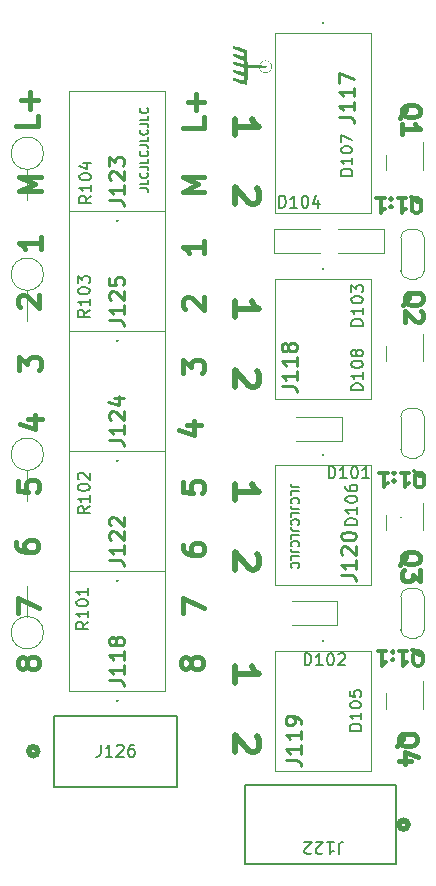
<source format=gbr>
%TF.GenerationSoftware,KiCad,Pcbnew,7.0.10*%
%TF.CreationDate,2024-07-21T07:40:16-04:00*%
%TF.ProjectId,12.1.1 - PLC Connector.kicad_pcb_appended,31322e31-2e31-4202-9d20-504c4320436f,rev?*%
%TF.SameCoordinates,Original*%
%TF.FileFunction,Legend,Top*%
%TF.FilePolarity,Positive*%
%FSLAX46Y46*%
G04 Gerber Fmt 4.6, Leading zero omitted, Abs format (unit mm)*
G04 Created by KiCad (PCBNEW 7.0.10) date 2024-07-21 07:40:16*
%MOMM*%
%LPD*%
G01*
G04 APERTURE LIST*
%ADD10C,0.457200*%
%ADD11C,0.177800*%
%ADD12C,0.006614*%
%ADD13C,0.000000*%
%ADD14C,0.381000*%
%ADD15C,0.508000*%
%ADD16C,0.300000*%
%ADD17C,0.254000*%
%ADD18C,0.150000*%
%ADD19C,0.100000*%
%ADD20C,0.200000*%
%ADD21C,0.120000*%
%ADD22C,0.152400*%
G04 APERTURE END LIST*
D10*
X160661414Y-88390387D02*
X158832614Y-88390387D01*
X158832614Y-88390387D02*
X160138900Y-87780787D01*
X160138900Y-87780787D02*
X158832614Y-87171187D01*
X158832614Y-87171187D02*
X160661414Y-87171187D01*
D11*
X155183568Y-88121066D02*
X155691568Y-88121066D01*
X155691568Y-88121066D02*
X155793168Y-88154933D01*
X155793168Y-88154933D02*
X155860902Y-88222666D01*
X155860902Y-88222666D02*
X155894768Y-88324266D01*
X155894768Y-88324266D02*
X155894768Y-88392000D01*
X155894768Y-87443733D02*
X155894768Y-87782399D01*
X155894768Y-87782399D02*
X155183568Y-87782399D01*
X155827035Y-86800266D02*
X155860902Y-86834133D01*
X155860902Y-86834133D02*
X155894768Y-86935733D01*
X155894768Y-86935733D02*
X155894768Y-87003466D01*
X155894768Y-87003466D02*
X155860902Y-87105066D01*
X155860902Y-87105066D02*
X155793168Y-87172800D01*
X155793168Y-87172800D02*
X155725435Y-87206666D01*
X155725435Y-87206666D02*
X155589968Y-87240533D01*
X155589968Y-87240533D02*
X155488368Y-87240533D01*
X155488368Y-87240533D02*
X155352902Y-87206666D01*
X155352902Y-87206666D02*
X155285168Y-87172800D01*
X155285168Y-87172800D02*
X155217435Y-87105066D01*
X155217435Y-87105066D02*
X155183568Y-87003466D01*
X155183568Y-87003466D02*
X155183568Y-86935733D01*
X155183568Y-86935733D02*
X155217435Y-86834133D01*
X155217435Y-86834133D02*
X155251302Y-86800266D01*
X155183568Y-86292266D02*
X155691568Y-86292266D01*
X155691568Y-86292266D02*
X155793168Y-86326133D01*
X155793168Y-86326133D02*
X155860902Y-86393866D01*
X155860902Y-86393866D02*
X155894768Y-86495466D01*
X155894768Y-86495466D02*
X155894768Y-86563200D01*
X155894768Y-85614933D02*
X155894768Y-85953599D01*
X155894768Y-85953599D02*
X155183568Y-85953599D01*
X155827035Y-84971466D02*
X155860902Y-85005333D01*
X155860902Y-85005333D02*
X155894768Y-85106933D01*
X155894768Y-85106933D02*
X155894768Y-85174666D01*
X155894768Y-85174666D02*
X155860902Y-85276266D01*
X155860902Y-85276266D02*
X155793168Y-85344000D01*
X155793168Y-85344000D02*
X155725435Y-85377866D01*
X155725435Y-85377866D02*
X155589968Y-85411733D01*
X155589968Y-85411733D02*
X155488368Y-85411733D01*
X155488368Y-85411733D02*
X155352902Y-85377866D01*
X155352902Y-85377866D02*
X155285168Y-85344000D01*
X155285168Y-85344000D02*
X155217435Y-85276266D01*
X155217435Y-85276266D02*
X155183568Y-85174666D01*
X155183568Y-85174666D02*
X155183568Y-85106933D01*
X155183568Y-85106933D02*
X155217435Y-85005333D01*
X155217435Y-85005333D02*
X155251302Y-84971466D01*
X155183568Y-84463466D02*
X155691568Y-84463466D01*
X155691568Y-84463466D02*
X155793168Y-84497333D01*
X155793168Y-84497333D02*
X155860902Y-84565066D01*
X155860902Y-84565066D02*
X155894768Y-84666666D01*
X155894768Y-84666666D02*
X155894768Y-84734400D01*
X155894768Y-83786133D02*
X155894768Y-84124799D01*
X155894768Y-84124799D02*
X155183568Y-84124799D01*
X155827035Y-83142666D02*
X155860902Y-83176533D01*
X155860902Y-83176533D02*
X155894768Y-83278133D01*
X155894768Y-83278133D02*
X155894768Y-83345866D01*
X155894768Y-83345866D02*
X155860902Y-83447466D01*
X155860902Y-83447466D02*
X155793168Y-83515200D01*
X155793168Y-83515200D02*
X155725435Y-83549066D01*
X155725435Y-83549066D02*
X155589968Y-83582933D01*
X155589968Y-83582933D02*
X155488368Y-83582933D01*
X155488368Y-83582933D02*
X155352902Y-83549066D01*
X155352902Y-83549066D02*
X155285168Y-83515200D01*
X155285168Y-83515200D02*
X155217435Y-83447466D01*
X155217435Y-83447466D02*
X155183568Y-83345866D01*
X155183568Y-83345866D02*
X155183568Y-83278133D01*
X155183568Y-83278133D02*
X155217435Y-83176533D01*
X155217435Y-83176533D02*
X155251302Y-83142666D01*
X155183568Y-82634666D02*
X155691568Y-82634666D01*
X155691568Y-82634666D02*
X155793168Y-82668533D01*
X155793168Y-82668533D02*
X155860902Y-82736266D01*
X155860902Y-82736266D02*
X155894768Y-82837866D01*
X155894768Y-82837866D02*
X155894768Y-82905600D01*
X155894768Y-81957333D02*
X155894768Y-82295999D01*
X155894768Y-82295999D02*
X155183568Y-82295999D01*
X155827035Y-81313866D02*
X155860902Y-81347733D01*
X155860902Y-81347733D02*
X155894768Y-81449333D01*
X155894768Y-81449333D02*
X155894768Y-81517066D01*
X155894768Y-81517066D02*
X155860902Y-81618666D01*
X155860902Y-81618666D02*
X155793168Y-81686400D01*
X155793168Y-81686400D02*
X155725435Y-81720266D01*
X155725435Y-81720266D02*
X155589968Y-81754133D01*
X155589968Y-81754133D02*
X155488368Y-81754133D01*
X155488368Y-81754133D02*
X155352902Y-81720266D01*
X155352902Y-81720266D02*
X155285168Y-81686400D01*
X155285168Y-81686400D02*
X155217435Y-81618666D01*
X155217435Y-81618666D02*
X155183568Y-81517066D01*
X155183568Y-81517066D02*
X155183568Y-81449333D01*
X155183568Y-81449333D02*
X155217435Y-81347733D01*
X155217435Y-81347733D02*
X155251302Y-81313866D01*
D10*
X159006786Y-98312514D02*
X158919700Y-98225428D01*
X158919700Y-98225428D02*
X158832614Y-98051257D01*
X158832614Y-98051257D02*
X158832614Y-97615828D01*
X158832614Y-97615828D02*
X158919700Y-97441657D01*
X158919700Y-97441657D02*
X159006786Y-97354571D01*
X159006786Y-97354571D02*
X159180957Y-97267485D01*
X159180957Y-97267485D02*
X159355129Y-97267485D01*
X159355129Y-97267485D02*
X159616386Y-97354571D01*
X159616386Y-97354571D02*
X160661414Y-98399599D01*
X160661414Y-98399599D02*
X160661414Y-97267485D01*
X144862614Y-124053599D02*
X144862614Y-122834399D01*
X144862614Y-122834399D02*
X146691414Y-123618171D01*
X144735614Y-118015657D02*
X144735614Y-118363999D01*
X144735614Y-118363999D02*
X144822700Y-118538171D01*
X144822700Y-118538171D02*
X144909786Y-118625257D01*
X144909786Y-118625257D02*
X145171043Y-118799428D01*
X145171043Y-118799428D02*
X145519386Y-118886514D01*
X145519386Y-118886514D02*
X146216071Y-118886514D01*
X146216071Y-118886514D02*
X146390243Y-118799428D01*
X146390243Y-118799428D02*
X146477329Y-118712342D01*
X146477329Y-118712342D02*
X146564414Y-118538171D01*
X146564414Y-118538171D02*
X146564414Y-118189828D01*
X146564414Y-118189828D02*
X146477329Y-118015657D01*
X146477329Y-118015657D02*
X146390243Y-117928571D01*
X146390243Y-117928571D02*
X146216071Y-117841485D01*
X146216071Y-117841485D02*
X145780643Y-117841485D01*
X145780643Y-117841485D02*
X145606471Y-117928571D01*
X145606471Y-117928571D02*
X145519386Y-118015657D01*
X145519386Y-118015657D02*
X145432300Y-118189828D01*
X145432300Y-118189828D02*
X145432300Y-118538171D01*
X145432300Y-118538171D02*
X145519386Y-118712342D01*
X145519386Y-118712342D02*
X145606471Y-118799428D01*
X145606471Y-118799428D02*
X145780643Y-118886514D01*
X144989614Y-103479599D02*
X144989614Y-102347485D01*
X144989614Y-102347485D02*
X145686300Y-102957085D01*
X145686300Y-102957085D02*
X145686300Y-102695828D01*
X145686300Y-102695828D02*
X145773386Y-102521657D01*
X145773386Y-102521657D02*
X145860471Y-102434571D01*
X145860471Y-102434571D02*
X146034643Y-102347485D01*
X146034643Y-102347485D02*
X146470071Y-102347485D01*
X146470071Y-102347485D02*
X146644243Y-102434571D01*
X146644243Y-102434571D02*
X146731329Y-102521657D01*
X146731329Y-102521657D02*
X146818414Y-102695828D01*
X146818414Y-102695828D02*
X146818414Y-103218342D01*
X146818414Y-103218342D02*
X146731329Y-103392514D01*
X146731329Y-103392514D02*
X146644243Y-103479599D01*
X158832614Y-124053599D02*
X158832614Y-122834399D01*
X158832614Y-122834399D02*
X160661414Y-123618171D01*
X146818414Y-92187485D02*
X146818414Y-93232514D01*
X146818414Y-92709999D02*
X144989614Y-92709999D01*
X144989614Y-92709999D02*
X145250871Y-92884171D01*
X145250871Y-92884171D02*
X145425043Y-93058342D01*
X145425043Y-93058342D02*
X145512129Y-93232514D01*
X160661414Y-92568485D02*
X160661414Y-93613514D01*
X160661414Y-93090999D02*
X158832614Y-93090999D01*
X158832614Y-93090999D02*
X159093871Y-93265171D01*
X159093871Y-93265171D02*
X159268043Y-93439342D01*
X159268043Y-93439342D02*
X159355129Y-93613514D01*
X158832614Y-112975571D02*
X158832614Y-113846428D01*
X158832614Y-113846428D02*
X159703471Y-113933514D01*
X159703471Y-113933514D02*
X159616386Y-113846428D01*
X159616386Y-113846428D02*
X159529300Y-113672257D01*
X159529300Y-113672257D02*
X159529300Y-113236828D01*
X159529300Y-113236828D02*
X159616386Y-113062657D01*
X159616386Y-113062657D02*
X159703471Y-112975571D01*
X159703471Y-112975571D02*
X159877643Y-112888485D01*
X159877643Y-112888485D02*
X160313071Y-112888485D01*
X160313071Y-112888485D02*
X160487243Y-112975571D01*
X160487243Y-112975571D02*
X160574329Y-113062657D01*
X160574329Y-113062657D02*
X160661414Y-113236828D01*
X160661414Y-113236828D02*
X160661414Y-113672257D01*
X160661414Y-113672257D02*
X160574329Y-113846428D01*
X160574329Y-113846428D02*
X160487243Y-113933514D01*
X145726214Y-107601657D02*
X146945414Y-107601657D01*
X145029529Y-108037085D02*
X146335814Y-108472514D01*
X146335814Y-108472514D02*
X146335814Y-107340399D01*
X146818414Y-88366599D02*
X144989614Y-88366599D01*
X144989614Y-88366599D02*
X146295900Y-87756999D01*
X146295900Y-87756999D02*
X144989614Y-87147399D01*
X144989614Y-87147399D02*
X146818414Y-87147399D01*
X160661414Y-82100057D02*
X160661414Y-82970914D01*
X160661414Y-82970914D02*
X158832614Y-82970914D01*
X159964729Y-81490457D02*
X159964729Y-80097086D01*
X160661414Y-80793771D02*
X159268043Y-80793771D01*
X159188214Y-108109657D02*
X160407414Y-108109657D01*
X158491529Y-108545085D02*
X159797814Y-108980514D01*
X159797814Y-108980514D02*
X159797814Y-107848399D01*
X158832614Y-118269657D02*
X158832614Y-118617999D01*
X158832614Y-118617999D02*
X158919700Y-118792171D01*
X158919700Y-118792171D02*
X159006786Y-118879257D01*
X159006786Y-118879257D02*
X159268043Y-119053428D01*
X159268043Y-119053428D02*
X159616386Y-119140514D01*
X159616386Y-119140514D02*
X160313071Y-119140514D01*
X160313071Y-119140514D02*
X160487243Y-119053428D01*
X160487243Y-119053428D02*
X160574329Y-118966342D01*
X160574329Y-118966342D02*
X160661414Y-118792171D01*
X160661414Y-118792171D02*
X160661414Y-118443828D01*
X160661414Y-118443828D02*
X160574329Y-118269657D01*
X160574329Y-118269657D02*
X160487243Y-118182571D01*
X160487243Y-118182571D02*
X160313071Y-118095485D01*
X160313071Y-118095485D02*
X159877643Y-118095485D01*
X159877643Y-118095485D02*
X159703471Y-118182571D01*
X159703471Y-118182571D02*
X159616386Y-118269657D01*
X159616386Y-118269657D02*
X159529300Y-118443828D01*
X159529300Y-118443828D02*
X159529300Y-118792171D01*
X159529300Y-118792171D02*
X159616386Y-118966342D01*
X159616386Y-118966342D02*
X159703471Y-119053428D01*
X159703471Y-119053428D02*
X159877643Y-119140514D01*
X145646386Y-128444171D02*
X145559300Y-128618342D01*
X145559300Y-128618342D02*
X145472214Y-128705428D01*
X145472214Y-128705428D02*
X145298043Y-128792514D01*
X145298043Y-128792514D02*
X145210957Y-128792514D01*
X145210957Y-128792514D02*
X145036786Y-128705428D01*
X145036786Y-128705428D02*
X144949700Y-128618342D01*
X144949700Y-128618342D02*
X144862614Y-128444171D01*
X144862614Y-128444171D02*
X144862614Y-128095828D01*
X144862614Y-128095828D02*
X144949700Y-127921657D01*
X144949700Y-127921657D02*
X145036786Y-127834571D01*
X145036786Y-127834571D02*
X145210957Y-127747485D01*
X145210957Y-127747485D02*
X145298043Y-127747485D01*
X145298043Y-127747485D02*
X145472214Y-127834571D01*
X145472214Y-127834571D02*
X145559300Y-127921657D01*
X145559300Y-127921657D02*
X145646386Y-128095828D01*
X145646386Y-128095828D02*
X145646386Y-128444171D01*
X145646386Y-128444171D02*
X145733471Y-128618342D01*
X145733471Y-128618342D02*
X145820557Y-128705428D01*
X145820557Y-128705428D02*
X145994729Y-128792514D01*
X145994729Y-128792514D02*
X146343071Y-128792514D01*
X146343071Y-128792514D02*
X146517243Y-128705428D01*
X146517243Y-128705428D02*
X146604329Y-128618342D01*
X146604329Y-128618342D02*
X146691414Y-128444171D01*
X146691414Y-128444171D02*
X146691414Y-128095828D01*
X146691414Y-128095828D02*
X146604329Y-127921657D01*
X146604329Y-127921657D02*
X146517243Y-127834571D01*
X146517243Y-127834571D02*
X146343071Y-127747485D01*
X146343071Y-127747485D02*
X145994729Y-127747485D01*
X145994729Y-127747485D02*
X145820557Y-127834571D01*
X145820557Y-127834571D02*
X145733471Y-127921657D01*
X145733471Y-127921657D02*
X145646386Y-128095828D01*
X144862614Y-112848571D02*
X144862614Y-113719428D01*
X144862614Y-113719428D02*
X145733471Y-113806514D01*
X145733471Y-113806514D02*
X145646386Y-113719428D01*
X145646386Y-113719428D02*
X145559300Y-113545257D01*
X145559300Y-113545257D02*
X145559300Y-113109828D01*
X145559300Y-113109828D02*
X145646386Y-112935657D01*
X145646386Y-112935657D02*
X145733471Y-112848571D01*
X145733471Y-112848571D02*
X145907643Y-112761485D01*
X145907643Y-112761485D02*
X146343071Y-112761485D01*
X146343071Y-112761485D02*
X146517243Y-112848571D01*
X146517243Y-112848571D02*
X146604329Y-112935657D01*
X146604329Y-112935657D02*
X146691414Y-113109828D01*
X146691414Y-113109828D02*
X146691414Y-113545257D01*
X146691414Y-113545257D02*
X146604329Y-113719428D01*
X146604329Y-113719428D02*
X146517243Y-113806514D01*
X159489386Y-128444171D02*
X159402300Y-128618342D01*
X159402300Y-128618342D02*
X159315214Y-128705428D01*
X159315214Y-128705428D02*
X159141043Y-128792514D01*
X159141043Y-128792514D02*
X159053957Y-128792514D01*
X159053957Y-128792514D02*
X158879786Y-128705428D01*
X158879786Y-128705428D02*
X158792700Y-128618342D01*
X158792700Y-128618342D02*
X158705614Y-128444171D01*
X158705614Y-128444171D02*
X158705614Y-128095828D01*
X158705614Y-128095828D02*
X158792700Y-127921657D01*
X158792700Y-127921657D02*
X158879786Y-127834571D01*
X158879786Y-127834571D02*
X159053957Y-127747485D01*
X159053957Y-127747485D02*
X159141043Y-127747485D01*
X159141043Y-127747485D02*
X159315214Y-127834571D01*
X159315214Y-127834571D02*
X159402300Y-127921657D01*
X159402300Y-127921657D02*
X159489386Y-128095828D01*
X159489386Y-128095828D02*
X159489386Y-128444171D01*
X159489386Y-128444171D02*
X159576471Y-128618342D01*
X159576471Y-128618342D02*
X159663557Y-128705428D01*
X159663557Y-128705428D02*
X159837729Y-128792514D01*
X159837729Y-128792514D02*
X160186071Y-128792514D01*
X160186071Y-128792514D02*
X160360243Y-128705428D01*
X160360243Y-128705428D02*
X160447329Y-128618342D01*
X160447329Y-128618342D02*
X160534414Y-128444171D01*
X160534414Y-128444171D02*
X160534414Y-128095828D01*
X160534414Y-128095828D02*
X160447329Y-127921657D01*
X160447329Y-127921657D02*
X160360243Y-127834571D01*
X160360243Y-127834571D02*
X160186071Y-127747485D01*
X160186071Y-127747485D02*
X159837729Y-127747485D01*
X159837729Y-127747485D02*
X159663557Y-127834571D01*
X159663557Y-127834571D02*
X159576471Y-127921657D01*
X159576471Y-127921657D02*
X159489386Y-128095828D01*
X145036786Y-98185514D02*
X144949700Y-98098428D01*
X144949700Y-98098428D02*
X144862614Y-97924257D01*
X144862614Y-97924257D02*
X144862614Y-97488828D01*
X144862614Y-97488828D02*
X144949700Y-97314657D01*
X144949700Y-97314657D02*
X145036786Y-97227571D01*
X145036786Y-97227571D02*
X145210957Y-97140485D01*
X145210957Y-97140485D02*
X145385129Y-97140485D01*
X145385129Y-97140485D02*
X145646386Y-97227571D01*
X145646386Y-97227571D02*
X146691414Y-98272599D01*
X146691414Y-98272599D02*
X146691414Y-97140485D01*
X146564414Y-81973057D02*
X146564414Y-82843914D01*
X146564414Y-82843914D02*
X144735614Y-82843914D01*
X145867729Y-81363457D02*
X145867729Y-79970086D01*
X146564414Y-80666771D02*
X145171043Y-80666771D01*
X158832614Y-103733599D02*
X158832614Y-102601485D01*
X158832614Y-102601485D02*
X159529300Y-103211085D01*
X159529300Y-103211085D02*
X159529300Y-102949828D01*
X159529300Y-102949828D02*
X159616386Y-102775657D01*
X159616386Y-102775657D02*
X159703471Y-102688571D01*
X159703471Y-102688571D02*
X159877643Y-102601485D01*
X159877643Y-102601485D02*
X160313071Y-102601485D01*
X160313071Y-102601485D02*
X160487243Y-102688571D01*
X160487243Y-102688571D02*
X160574329Y-102775657D01*
X160574329Y-102775657D02*
X160661414Y-102949828D01*
X160661414Y-102949828D02*
X160661414Y-103472342D01*
X160661414Y-103472342D02*
X160574329Y-103646514D01*
X160574329Y-103646514D02*
X160487243Y-103733599D01*
D12*
X177278225Y-115976462D02*
X177245416Y-115954766D01*
D13*
G36*
X163172032Y-76084513D02*
G01*
X163198386Y-76086831D01*
X163228817Y-76091164D01*
X163263550Y-76097559D01*
X163346821Y-76116721D01*
X163449998Y-76144688D01*
X163574880Y-76181833D01*
X163723263Y-76228528D01*
X164289472Y-76413736D01*
X164305347Y-77059319D01*
X164321221Y-77704903D01*
X164818638Y-77704903D01*
X164897484Y-77704760D01*
X164967694Y-77704262D01*
X165029811Y-77703298D01*
X165084379Y-77701761D01*
X165109001Y-77700743D01*
X165131940Y-77699541D01*
X165153262Y-77698142D01*
X165173035Y-77696531D01*
X165191328Y-77694696D01*
X165208209Y-77692622D01*
X165223744Y-77690296D01*
X165238003Y-77687705D01*
X165251052Y-77684834D01*
X165262960Y-77681671D01*
X165273794Y-77678202D01*
X165283623Y-77674413D01*
X165292513Y-77670291D01*
X165300534Y-77665822D01*
X165307752Y-77660993D01*
X165314236Y-77655789D01*
X165320053Y-77650198D01*
X165325271Y-77644206D01*
X165329959Y-77637799D01*
X165334183Y-77630964D01*
X165338012Y-77623687D01*
X165341513Y-77615954D01*
X165344755Y-77607753D01*
X165347805Y-77599069D01*
X165353287Y-77582795D01*
X165359790Y-77566726D01*
X165367279Y-77550885D01*
X165375720Y-77535290D01*
X165395325Y-77504924D01*
X165418333Y-77475790D01*
X165444472Y-77448051D01*
X165473472Y-77421871D01*
X165505060Y-77397411D01*
X165538966Y-77374835D01*
X165574919Y-77354305D01*
X165612647Y-77335984D01*
X165651878Y-77320036D01*
X165692342Y-77306622D01*
X165733767Y-77295906D01*
X165775882Y-77288049D01*
X165818416Y-77283216D01*
X165850513Y-77281978D01*
X165861097Y-77281569D01*
X165890021Y-77282014D01*
X165917372Y-77283388D01*
X165943312Y-77285755D01*
X165968005Y-77289176D01*
X165991612Y-77293713D01*
X166014297Y-77299429D01*
X166036222Y-77306384D01*
X166057550Y-77314642D01*
X166078444Y-77324264D01*
X166099067Y-77335313D01*
X166119581Y-77347849D01*
X166140149Y-77361936D01*
X166160935Y-77377636D01*
X166182100Y-77395009D01*
X166203808Y-77414119D01*
X166226222Y-77435028D01*
X166248002Y-77457385D01*
X166267759Y-77478953D01*
X166285578Y-77499931D01*
X166301545Y-77520521D01*
X166315745Y-77540925D01*
X166328262Y-77561345D01*
X166339182Y-77581982D01*
X166348591Y-77603038D01*
X166356574Y-77624714D01*
X166363216Y-77647211D01*
X166368602Y-77670731D01*
X166372817Y-77695477D01*
X166375948Y-77721648D01*
X166378078Y-77749448D01*
X166379294Y-77779076D01*
X166379680Y-77810736D01*
X166379033Y-77838791D01*
X166377112Y-77866385D01*
X166373942Y-77893488D01*
X166369551Y-77920073D01*
X166363967Y-77946111D01*
X166357216Y-77971575D01*
X166349326Y-77996436D01*
X166340323Y-78020666D01*
X166330235Y-78044238D01*
X166319089Y-78067122D01*
X166306912Y-78089291D01*
X166293732Y-78110718D01*
X166279574Y-78131372D01*
X166264467Y-78151228D01*
X166248438Y-78170256D01*
X166231513Y-78188429D01*
X166213720Y-78205717D01*
X166195086Y-78222094D01*
X166175639Y-78237532D01*
X166155404Y-78252001D01*
X166134410Y-78265474D01*
X166112683Y-78277923D01*
X166090251Y-78289320D01*
X166067141Y-78299636D01*
X166043379Y-78308844D01*
X166018994Y-78316916D01*
X165994012Y-78323822D01*
X165968460Y-78329536D01*
X165942365Y-78334029D01*
X165915755Y-78337273D01*
X165888656Y-78339241D01*
X165861097Y-78339902D01*
X165839755Y-78339487D01*
X165818416Y-78338255D01*
X165797114Y-78336227D01*
X165775882Y-78333422D01*
X165754755Y-78329862D01*
X165733767Y-78325566D01*
X165712951Y-78320555D01*
X165692342Y-78314850D01*
X165671973Y-78308470D01*
X165651878Y-78301436D01*
X165632091Y-78293768D01*
X165612647Y-78285487D01*
X165593578Y-78276613D01*
X165574919Y-78267167D01*
X165556704Y-78257168D01*
X165538966Y-78246637D01*
X165521741Y-78235594D01*
X165505060Y-78224061D01*
X165488959Y-78212056D01*
X165473472Y-78199601D01*
X165458631Y-78186716D01*
X165444472Y-78173420D01*
X165431028Y-78159736D01*
X165418333Y-78145682D01*
X165406421Y-78131279D01*
X165395325Y-78116548D01*
X165385081Y-78101509D01*
X165375720Y-78086181D01*
X165367279Y-78070587D01*
X165359790Y-78054745D01*
X165353287Y-78038677D01*
X165347805Y-78022402D01*
X165341512Y-78005517D01*
X165334173Y-77990508D01*
X165325237Y-77977266D01*
X165322856Y-77974778D01*
X165374263Y-77974778D01*
X165374935Y-77980403D01*
X165376909Y-77987283D01*
X165380123Y-77995311D01*
X165384516Y-78004378D01*
X165390025Y-78014375D01*
X165396587Y-78025193D01*
X165404143Y-78036725D01*
X165412628Y-78048861D01*
X165421981Y-78061493D01*
X165432141Y-78074513D01*
X165443045Y-78087812D01*
X165454630Y-78101281D01*
X165466836Y-78114813D01*
X165479600Y-78128298D01*
X165492861Y-78141628D01*
X165506555Y-78154694D01*
X165524370Y-78172749D01*
X165542170Y-78189245D01*
X165560063Y-78204238D01*
X165578158Y-78217781D01*
X165596562Y-78229929D01*
X165615385Y-78240735D01*
X165634736Y-78250256D01*
X165654722Y-78258543D01*
X165675452Y-78265653D01*
X165697034Y-78271638D01*
X165719578Y-78276554D01*
X165743192Y-78280454D01*
X165767983Y-78283393D01*
X165794062Y-78285425D01*
X165821536Y-78286605D01*
X165850513Y-78286986D01*
X165879491Y-78286605D01*
X165906965Y-78285425D01*
X165933043Y-78283393D01*
X165957835Y-78280454D01*
X165981448Y-78276554D01*
X166003992Y-78271638D01*
X166025575Y-78265653D01*
X166046305Y-78258543D01*
X166066291Y-78250256D01*
X166085641Y-78240735D01*
X166104464Y-78229929D01*
X166122869Y-78217781D01*
X166140963Y-78204238D01*
X166158856Y-78189245D01*
X166176656Y-78172749D01*
X166194472Y-78154694D01*
X166212526Y-78136879D01*
X166229022Y-78119079D01*
X166244015Y-78101186D01*
X166257558Y-78083091D01*
X166269706Y-78064687D01*
X166280513Y-78045864D01*
X166290033Y-78026513D01*
X166298321Y-78006528D01*
X166305430Y-77985798D01*
X166311415Y-77964215D01*
X166316331Y-77941671D01*
X166320231Y-77918057D01*
X166323170Y-77893266D01*
X166325203Y-77867187D01*
X166326382Y-77839713D01*
X166326763Y-77810736D01*
X166326238Y-77783298D01*
X166324670Y-77756553D01*
X166322072Y-77730514D01*
X166318454Y-77705192D01*
X166313828Y-77680598D01*
X166308206Y-77656745D01*
X166301600Y-77633644D01*
X166294021Y-77611306D01*
X166285481Y-77589744D01*
X166275991Y-77568968D01*
X166265563Y-77548990D01*
X166254210Y-77529823D01*
X166241941Y-77511477D01*
X166228769Y-77493965D01*
X166214706Y-77477297D01*
X166199763Y-77461486D01*
X166183952Y-77446543D01*
X166167285Y-77432480D01*
X166149772Y-77419308D01*
X166131426Y-77407040D01*
X166112259Y-77395686D01*
X166092281Y-77385258D01*
X166071506Y-77375768D01*
X166049943Y-77367228D01*
X166027605Y-77359649D01*
X166004504Y-77353043D01*
X165980651Y-77347421D01*
X165956057Y-77342796D01*
X165930735Y-77339178D01*
X165904696Y-77336579D01*
X165877951Y-77335011D01*
X165850513Y-77334486D01*
X165821536Y-77334867D01*
X165794062Y-77336047D01*
X165767983Y-77338079D01*
X165743192Y-77341018D01*
X165719578Y-77344918D01*
X165697034Y-77349834D01*
X165675452Y-77355819D01*
X165654722Y-77362929D01*
X165634736Y-77371216D01*
X165615385Y-77380736D01*
X165596562Y-77391543D01*
X165578158Y-77403691D01*
X165560063Y-77417234D01*
X165542170Y-77432227D01*
X165524370Y-77448723D01*
X165506555Y-77466777D01*
X165492861Y-77479844D01*
X165479600Y-77493174D01*
X165466836Y-77506659D01*
X165454630Y-77520190D01*
X165443045Y-77533660D01*
X165432141Y-77546959D01*
X165421981Y-77559979D01*
X165412628Y-77572611D01*
X165404143Y-77584747D01*
X165396587Y-77596279D01*
X165390025Y-77607097D01*
X165384516Y-77617094D01*
X165380123Y-77626161D01*
X165376909Y-77634189D01*
X165375763Y-77637779D01*
X165374935Y-77641069D01*
X165374432Y-77644045D01*
X165374263Y-77646694D01*
X165374632Y-77649189D01*
X165375727Y-77651711D01*
X165380020Y-77656812D01*
X165386995Y-77661961D01*
X165396505Y-77667117D01*
X165408402Y-77672242D01*
X165422539Y-77677297D01*
X165438770Y-77682244D01*
X165456946Y-77687043D01*
X165476920Y-77691657D01*
X165498545Y-77696045D01*
X165546160Y-77703993D01*
X165598611Y-77710577D01*
X165654722Y-77715486D01*
X165690949Y-77717660D01*
X165724278Y-77720230D01*
X165739880Y-77721670D01*
X165754785Y-77723218D01*
X165769005Y-77724876D01*
X165782548Y-77726648D01*
X165795425Y-77728536D01*
X165807645Y-77730543D01*
X165819218Y-77732672D01*
X165830153Y-77734927D01*
X165840460Y-77737309D01*
X165850149Y-77739822D01*
X165859229Y-77742468D01*
X165867711Y-77745251D01*
X165875604Y-77748174D01*
X165882917Y-77751239D01*
X165889660Y-77754450D01*
X165895844Y-77757809D01*
X165901477Y-77761319D01*
X165906569Y-77764983D01*
X165911131Y-77768804D01*
X165915171Y-77772785D01*
X165918699Y-77776928D01*
X165921726Y-77781238D01*
X165924260Y-77785716D01*
X165926312Y-77790365D01*
X165927891Y-77795189D01*
X165929007Y-77800190D01*
X165929670Y-77805371D01*
X165929888Y-77810736D01*
X165929007Y-77821282D01*
X165926312Y-77831107D01*
X165921726Y-77840234D01*
X165915171Y-77848687D01*
X165906569Y-77856489D01*
X165895844Y-77863663D01*
X165882917Y-77870232D01*
X165867711Y-77876220D01*
X165850149Y-77881650D01*
X165830153Y-77886545D01*
X165807645Y-77890929D01*
X165782548Y-77894824D01*
X165754785Y-77898254D01*
X165724278Y-77901242D01*
X165690949Y-77903812D01*
X165654722Y-77905986D01*
X165626283Y-77908212D01*
X165598611Y-77910895D01*
X165571855Y-77913997D01*
X165546160Y-77917479D01*
X165521674Y-77921301D01*
X165498545Y-77925427D01*
X165476920Y-77929815D01*
X165456946Y-77934429D01*
X165438770Y-77939228D01*
X165422539Y-77944175D01*
X165408402Y-77949230D01*
X165396505Y-77954355D01*
X165391442Y-77956932D01*
X165386995Y-77959511D01*
X165383181Y-77962089D01*
X165380020Y-77964659D01*
X165377529Y-77967218D01*
X165375727Y-77969761D01*
X165374632Y-77972282D01*
X165374263Y-77974778D01*
X165322856Y-77974778D01*
X165314153Y-77965682D01*
X165300372Y-77955649D01*
X165283344Y-77947058D01*
X165262517Y-77939800D01*
X165237341Y-77933767D01*
X165207267Y-77928850D01*
X165171743Y-77924941D01*
X165130220Y-77921931D01*
X165082147Y-77919711D01*
X164964149Y-77917210D01*
X164813347Y-77916569D01*
X164315930Y-77916569D01*
X164315930Y-78604486D01*
X164315738Y-78703900D01*
X164315134Y-78794066D01*
X164314081Y-78875411D01*
X164312540Y-78948361D01*
X164310472Y-79013343D01*
X164307837Y-79070783D01*
X164304599Y-79121107D01*
X164300716Y-79164741D01*
X164298522Y-79184183D01*
X164296152Y-79202112D01*
X164293602Y-79218582D01*
X164290867Y-79233646D01*
X164287942Y-79247358D01*
X164284822Y-79259770D01*
X164281503Y-79270936D01*
X164277979Y-79280910D01*
X164274246Y-79289744D01*
X164270298Y-79297491D01*
X164266132Y-79304206D01*
X164261742Y-79309941D01*
X164257123Y-79314750D01*
X164252271Y-79318686D01*
X164247180Y-79321803D01*
X164241847Y-79324152D01*
X164229240Y-79326994D01*
X164211501Y-79327661D01*
X164162048Y-79322954D01*
X164096332Y-79310990D01*
X164017199Y-79292733D01*
X163927492Y-79269143D01*
X163830058Y-79241181D01*
X163623383Y-79175986D01*
X163419933Y-79104838D01*
X163242466Y-79035426D01*
X163170588Y-79003774D01*
X163113740Y-78975440D01*
X163074767Y-78951384D01*
X163062872Y-78941262D01*
X163056513Y-78932569D01*
X163054778Y-78925386D01*
X163053547Y-78917769D01*
X163052828Y-78909780D01*
X163052627Y-78901481D01*
X163052954Y-78892933D01*
X163053816Y-78884200D01*
X163055220Y-78875343D01*
X163057175Y-78866423D01*
X163059688Y-78857504D01*
X163062766Y-78848647D01*
X163066418Y-78839913D01*
X163070652Y-78831366D01*
X163075475Y-78823067D01*
X163080894Y-78815078D01*
X163086919Y-78807460D01*
X163090160Y-78803811D01*
X163093555Y-78800277D01*
X163107203Y-78792016D01*
X163128075Y-78787017D01*
X163155830Y-78785197D01*
X163190128Y-78786469D01*
X163230627Y-78790750D01*
X163276986Y-78797952D01*
X163385920Y-78820783D01*
X163514201Y-78854279D01*
X163659102Y-78897760D01*
X163817893Y-78950542D01*
X163987847Y-79011944D01*
X163995536Y-79014981D01*
X163999195Y-79015800D01*
X164002730Y-79016151D01*
X164006140Y-79016032D01*
X164009427Y-79015444D01*
X164012589Y-79014385D01*
X164015628Y-79012854D01*
X164018542Y-79010850D01*
X164021333Y-79008372D01*
X164026542Y-79001991D01*
X164031255Y-78993704D01*
X164035472Y-78983501D01*
X164039192Y-78971377D01*
X164042417Y-78957322D01*
X164045145Y-78941330D01*
X164047378Y-78923391D01*
X164049114Y-78903500D01*
X164050354Y-78881647D01*
X164051099Y-78857826D01*
X164051347Y-78832027D01*
X164051347Y-78625653D01*
X163569805Y-78472194D01*
X163484694Y-78444143D01*
X163407830Y-78417448D01*
X163372433Y-78404568D01*
X163339028Y-78391978D01*
X163307592Y-78379661D01*
X163278102Y-78367601D01*
X163250534Y-78355781D01*
X163224865Y-78344185D01*
X163201072Y-78332797D01*
X163179131Y-78321599D01*
X163159020Y-78310575D01*
X163140715Y-78299710D01*
X163124193Y-78288986D01*
X163109430Y-78278387D01*
X163096404Y-78267896D01*
X163085090Y-78257498D01*
X163075467Y-78247175D01*
X163067510Y-78236911D01*
X163061197Y-78226690D01*
X163056503Y-78216495D01*
X163053406Y-78206310D01*
X163051883Y-78196118D01*
X163051910Y-78185903D01*
X163053465Y-78175648D01*
X163056522Y-78165337D01*
X163061061Y-78154953D01*
X163067057Y-78144480D01*
X163074486Y-78133901D01*
X163083327Y-78123200D01*
X163093555Y-78112361D01*
X163107203Y-78104099D01*
X163128075Y-78099101D01*
X163155830Y-78097280D01*
X163190128Y-78098553D01*
X163230627Y-78102833D01*
X163276986Y-78110035D01*
X163385920Y-78132866D01*
X163514201Y-78166363D01*
X163659102Y-78209843D01*
X163817893Y-78262626D01*
X163987847Y-78324028D01*
X163995536Y-78327065D01*
X163999195Y-78327883D01*
X164002730Y-78328234D01*
X164006140Y-78328116D01*
X164009427Y-78327527D01*
X164012589Y-78326468D01*
X164015628Y-78324937D01*
X164018542Y-78322933D01*
X164021333Y-78320455D01*
X164026542Y-78314075D01*
X164031255Y-78305787D01*
X164035472Y-78295585D01*
X164039192Y-78283460D01*
X164042417Y-78269406D01*
X164045145Y-78253413D01*
X164047378Y-78235475D01*
X164049114Y-78215583D01*
X164050354Y-78193731D01*
X164051099Y-78169909D01*
X164051347Y-78144111D01*
X164051347Y-77937736D01*
X163569805Y-77784278D01*
X163484694Y-77756226D01*
X163407830Y-77729532D01*
X163372433Y-77716652D01*
X163339028Y-77704061D01*
X163307592Y-77691745D01*
X163278102Y-77679684D01*
X163250534Y-77667865D01*
X163224865Y-77656269D01*
X163201072Y-77644880D01*
X163179131Y-77633682D01*
X163159020Y-77622659D01*
X163140715Y-77611793D01*
X163124193Y-77601069D01*
X163109430Y-77590470D01*
X163096404Y-77579980D01*
X163085090Y-77569581D01*
X163075467Y-77559258D01*
X163067510Y-77548995D01*
X163061197Y-77538774D01*
X163056503Y-77528579D01*
X163053406Y-77518393D01*
X163051883Y-77508201D01*
X163051910Y-77497986D01*
X163053465Y-77487731D01*
X163056522Y-77477420D01*
X163061061Y-77467036D01*
X163067057Y-77456563D01*
X163074486Y-77445984D01*
X163083327Y-77435284D01*
X163093555Y-77424444D01*
X163107202Y-77416182D01*
X163128065Y-77411184D01*
X163155795Y-77409364D01*
X163190045Y-77410636D01*
X163230465Y-77414916D01*
X163276707Y-77422119D01*
X163385258Y-77444949D01*
X163512909Y-77478446D01*
X163656870Y-77521927D01*
X163814348Y-77574709D01*
X163982555Y-77636111D01*
X163991176Y-77639211D01*
X163995256Y-77640111D01*
X163999184Y-77640576D01*
X164002962Y-77640607D01*
X164006588Y-77640204D01*
X164010066Y-77639366D01*
X164013395Y-77638095D01*
X164016578Y-77636390D01*
X164019613Y-77634251D01*
X164022504Y-77631677D01*
X164025250Y-77628669D01*
X164027853Y-77625228D01*
X164030313Y-77621352D01*
X164034810Y-77612298D01*
X164038749Y-77601508D01*
X164042138Y-77588982D01*
X164044984Y-77574719D01*
X164047295Y-77558720D01*
X164049079Y-77540985D01*
X164050344Y-77521513D01*
X164051097Y-77500305D01*
X164051347Y-77477361D01*
X164051347Y-77292153D01*
X163569805Y-77117528D01*
X163485565Y-77086624D01*
X163409339Y-77057325D01*
X163340959Y-77029498D01*
X163309657Y-77016096D01*
X163280252Y-77003013D01*
X163252723Y-76990232D01*
X163227048Y-76977736D01*
X163203207Y-76965511D01*
X163181178Y-76953538D01*
X163160939Y-76941801D01*
X163142469Y-76930285D01*
X163125748Y-76918971D01*
X163110753Y-76907845D01*
X163097463Y-76896890D01*
X163085858Y-76886088D01*
X163075915Y-76875424D01*
X163067613Y-76864882D01*
X163060932Y-76854443D01*
X163055849Y-76844093D01*
X163052344Y-76833815D01*
X163050395Y-76823592D01*
X163049981Y-76813408D01*
X163051080Y-76803246D01*
X163053671Y-76793090D01*
X163057733Y-76782923D01*
X163063245Y-76772729D01*
X163070184Y-76762491D01*
X163078531Y-76752194D01*
X163088263Y-76741819D01*
X163097400Y-76734753D01*
X163109017Y-76729438D01*
X163123238Y-76725890D01*
X163140188Y-76724125D01*
X163159990Y-76724159D01*
X163182769Y-76726006D01*
X163208649Y-76729683D01*
X163237753Y-76735205D01*
X163270206Y-76742587D01*
X163306131Y-76751845D01*
X163388896Y-76776050D01*
X163487040Y-76807944D01*
X163601555Y-76847653D01*
X164051347Y-77011694D01*
X164051347Y-76614819D01*
X163569805Y-76461361D01*
X163484694Y-76433310D01*
X163407830Y-76406615D01*
X163372433Y-76393735D01*
X163339028Y-76381145D01*
X163307592Y-76368828D01*
X163278102Y-76356768D01*
X163250534Y-76344948D01*
X163224865Y-76333352D01*
X163201072Y-76321963D01*
X163179131Y-76310766D01*
X163159020Y-76299742D01*
X163140715Y-76288877D01*
X163124193Y-76278153D01*
X163109430Y-76267554D01*
X163096404Y-76257063D01*
X163085090Y-76246665D01*
X163075467Y-76236342D01*
X163067510Y-76226078D01*
X163061197Y-76215857D01*
X163056503Y-76205662D01*
X163053406Y-76195477D01*
X163051883Y-76185285D01*
X163051910Y-76175070D01*
X163053465Y-76164814D01*
X163056522Y-76154503D01*
X163061061Y-76144119D01*
X163067057Y-76133646D01*
X163074486Y-76123068D01*
X163083327Y-76112367D01*
X163093555Y-76101528D01*
X163102894Y-76094466D01*
X163115187Y-76089187D01*
X163130658Y-76085738D01*
X163149531Y-76084164D01*
X163172032Y-76084513D01*
G37*
D14*
X176994402Y-135360976D02*
X177066974Y-135215833D01*
X177066974Y-135215833D02*
X177212117Y-135070690D01*
X177212117Y-135070690D02*
X177429831Y-134852976D01*
X177429831Y-134852976D02*
X177502402Y-134707833D01*
X177502402Y-134707833D02*
X177502402Y-134562690D01*
X177139545Y-134635261D02*
X177212117Y-134490119D01*
X177212117Y-134490119D02*
X177357259Y-134344976D01*
X177357259Y-134344976D02*
X177647545Y-134272404D01*
X177647545Y-134272404D02*
X178155545Y-134272404D01*
X178155545Y-134272404D02*
X178445831Y-134344976D01*
X178445831Y-134344976D02*
X178590974Y-134490119D01*
X178590974Y-134490119D02*
X178663545Y-134635261D01*
X178663545Y-134635261D02*
X178663545Y-134925547D01*
X178663545Y-134925547D02*
X178590974Y-135070690D01*
X178590974Y-135070690D02*
X178445831Y-135215833D01*
X178445831Y-135215833D02*
X178155545Y-135288404D01*
X178155545Y-135288404D02*
X177647545Y-135288404D01*
X177647545Y-135288404D02*
X177357259Y-135215833D01*
X177357259Y-135215833D02*
X177212117Y-135070690D01*
X177212117Y-135070690D02*
X177139545Y-134925547D01*
X177139545Y-134925547D02*
X177139545Y-134635261D01*
X178155545Y-136594690D02*
X177139545Y-136594690D01*
X178736117Y-136231832D02*
X177647545Y-135868975D01*
X177647545Y-135868975D02*
X177647545Y-136812404D01*
X177502402Y-98022976D02*
X177574974Y-97877833D01*
X177574974Y-97877833D02*
X177720117Y-97732690D01*
X177720117Y-97732690D02*
X177937831Y-97514976D01*
X177937831Y-97514976D02*
X178010402Y-97369833D01*
X178010402Y-97369833D02*
X178010402Y-97224690D01*
X177647545Y-97297261D02*
X177720117Y-97152119D01*
X177720117Y-97152119D02*
X177865259Y-97006976D01*
X177865259Y-97006976D02*
X178155545Y-96934404D01*
X178155545Y-96934404D02*
X178663545Y-96934404D01*
X178663545Y-96934404D02*
X178953831Y-97006976D01*
X178953831Y-97006976D02*
X179098974Y-97152119D01*
X179098974Y-97152119D02*
X179171545Y-97297261D01*
X179171545Y-97297261D02*
X179171545Y-97587547D01*
X179171545Y-97587547D02*
X179098974Y-97732690D01*
X179098974Y-97732690D02*
X178953831Y-97877833D01*
X178953831Y-97877833D02*
X178663545Y-97950404D01*
X178663545Y-97950404D02*
X178155545Y-97950404D01*
X178155545Y-97950404D02*
X177865259Y-97877833D01*
X177865259Y-97877833D02*
X177720117Y-97732690D01*
X177720117Y-97732690D02*
X177647545Y-97587547D01*
X177647545Y-97587547D02*
X177647545Y-97297261D01*
X179026402Y-98530975D02*
X179098974Y-98603547D01*
X179098974Y-98603547D02*
X179171545Y-98748690D01*
X179171545Y-98748690D02*
X179171545Y-99111547D01*
X179171545Y-99111547D02*
X179098974Y-99256690D01*
X179098974Y-99256690D02*
X179026402Y-99329261D01*
X179026402Y-99329261D02*
X178881259Y-99401832D01*
X178881259Y-99401832D02*
X178736117Y-99401832D01*
X178736117Y-99401832D02*
X178518402Y-99329261D01*
X178518402Y-99329261D02*
X177647545Y-98458404D01*
X177647545Y-98458404D02*
X177647545Y-99401832D01*
D15*
X163238319Y-83560795D02*
X163238319Y-82196452D01*
X163238319Y-82878624D02*
X165270319Y-82878624D01*
X165270319Y-82878624D02*
X164980033Y-82651233D01*
X164980033Y-82651233D02*
X164786509Y-82423843D01*
X164786509Y-82423843D02*
X164689747Y-82196452D01*
X165076795Y-88108605D02*
X165173557Y-88222301D01*
X165173557Y-88222301D02*
X165270319Y-88449691D01*
X165270319Y-88449691D02*
X165270319Y-89018167D01*
X165270319Y-89018167D02*
X165173557Y-89245558D01*
X165173557Y-89245558D02*
X165076795Y-89359253D01*
X165076795Y-89359253D02*
X164883271Y-89472948D01*
X164883271Y-89472948D02*
X164689747Y-89472948D01*
X164689747Y-89472948D02*
X164399461Y-89359253D01*
X164399461Y-89359253D02*
X163238319Y-87994910D01*
X163238319Y-87994910D02*
X163238319Y-89472948D01*
X163238319Y-99023349D02*
X163238319Y-97659006D01*
X163238319Y-98341178D02*
X165270319Y-98341178D01*
X165270319Y-98341178D02*
X164980033Y-98113787D01*
X164980033Y-98113787D02*
X164786509Y-97886397D01*
X164786509Y-97886397D02*
X164689747Y-97659006D01*
X165076795Y-103571159D02*
X165173557Y-103684855D01*
X165173557Y-103684855D02*
X165270319Y-103912245D01*
X165270319Y-103912245D02*
X165270319Y-104480721D01*
X165270319Y-104480721D02*
X165173557Y-104708112D01*
X165173557Y-104708112D02*
X165076795Y-104821807D01*
X165076795Y-104821807D02*
X164883271Y-104935502D01*
X164883271Y-104935502D02*
X164689747Y-104935502D01*
X164689747Y-104935502D02*
X164399461Y-104821807D01*
X164399461Y-104821807D02*
X163238319Y-103457464D01*
X163238319Y-103457464D02*
X163238319Y-104935502D01*
X163238319Y-114485903D02*
X163238319Y-113121560D01*
X163238319Y-113803732D02*
X165270319Y-113803732D01*
X165270319Y-113803732D02*
X164980033Y-113576341D01*
X164980033Y-113576341D02*
X164786509Y-113348951D01*
X164786509Y-113348951D02*
X164689747Y-113121560D01*
X165076795Y-119033713D02*
X165173557Y-119147409D01*
X165173557Y-119147409D02*
X165270319Y-119374799D01*
X165270319Y-119374799D02*
X165270319Y-119943275D01*
X165270319Y-119943275D02*
X165173557Y-120170666D01*
X165173557Y-120170666D02*
X165076795Y-120284361D01*
X165076795Y-120284361D02*
X164883271Y-120398056D01*
X164883271Y-120398056D02*
X164689747Y-120398056D01*
X164689747Y-120398056D02*
X164399461Y-120284361D01*
X164399461Y-120284361D02*
X163238319Y-118920018D01*
X163238319Y-118920018D02*
X163238319Y-120398056D01*
X163238319Y-129948457D02*
X163238319Y-128584114D01*
X163238319Y-129266286D02*
X165270319Y-129266286D01*
X165270319Y-129266286D02*
X164980033Y-129038895D01*
X164980033Y-129038895D02*
X164786509Y-128811505D01*
X164786509Y-128811505D02*
X164689747Y-128584114D01*
X165076795Y-134496267D02*
X165173557Y-134609963D01*
X165173557Y-134609963D02*
X165270319Y-134837353D01*
X165270319Y-134837353D02*
X165270319Y-135405829D01*
X165270319Y-135405829D02*
X165173557Y-135633220D01*
X165173557Y-135633220D02*
X165076795Y-135746915D01*
X165076795Y-135746915D02*
X164883271Y-135860610D01*
X164883271Y-135860610D02*
X164689747Y-135860610D01*
X164689747Y-135860610D02*
X164399461Y-135746915D01*
X164399461Y-135746915D02*
X163238319Y-134382572D01*
X163238319Y-134382572D02*
X163238319Y-135860610D01*
D16*
X178398904Y-112063990D02*
X178517952Y-112123514D01*
X178517952Y-112123514D02*
X178636999Y-112242562D01*
X178636999Y-112242562D02*
X178815571Y-112421133D01*
X178815571Y-112421133D02*
X178934618Y-112480657D01*
X178934618Y-112480657D02*
X179053666Y-112480657D01*
X178994142Y-112183038D02*
X179113190Y-112242562D01*
X179113190Y-112242562D02*
X179232237Y-112361609D01*
X179232237Y-112361609D02*
X179291761Y-112599704D01*
X179291761Y-112599704D02*
X179291761Y-113016371D01*
X179291761Y-113016371D02*
X179232237Y-113254466D01*
X179232237Y-113254466D02*
X179113190Y-113373514D01*
X179113190Y-113373514D02*
X178994142Y-113433038D01*
X178994142Y-113433038D02*
X178756047Y-113433038D01*
X178756047Y-113433038D02*
X178636999Y-113373514D01*
X178636999Y-113373514D02*
X178517952Y-113254466D01*
X178517952Y-113254466D02*
X178458428Y-113016371D01*
X178458428Y-113016371D02*
X178458428Y-112599704D01*
X178458428Y-112599704D02*
X178517952Y-112361609D01*
X178517952Y-112361609D02*
X178636999Y-112242562D01*
X178636999Y-112242562D02*
X178756047Y-112183038D01*
X178756047Y-112183038D02*
X178994142Y-112183038D01*
X177267952Y-112183038D02*
X177982237Y-112183038D01*
X177625094Y-112183038D02*
X177625094Y-113433038D01*
X177625094Y-113433038D02*
X177744142Y-113254466D01*
X177744142Y-113254466D02*
X177863190Y-113135419D01*
X177863190Y-113135419D02*
X177982237Y-113075895D01*
X176732237Y-112302085D02*
X176672714Y-112242562D01*
X176672714Y-112242562D02*
X176732237Y-112183038D01*
X176732237Y-112183038D02*
X176791761Y-112242562D01*
X176791761Y-112242562D02*
X176732237Y-112302085D01*
X176732237Y-112302085D02*
X176732237Y-112183038D01*
X176732237Y-112956847D02*
X176672714Y-112897323D01*
X176672714Y-112897323D02*
X176732237Y-112837800D01*
X176732237Y-112837800D02*
X176791761Y-112897323D01*
X176791761Y-112897323D02*
X176732237Y-112956847D01*
X176732237Y-112956847D02*
X176732237Y-112837800D01*
X175482238Y-112183038D02*
X176196523Y-112183038D01*
X175839380Y-112183038D02*
X175839380Y-113433038D01*
X175839380Y-113433038D02*
X175958428Y-113254466D01*
X175958428Y-113254466D02*
X176077476Y-113135419D01*
X176077476Y-113135419D02*
X176196523Y-113075895D01*
X178144904Y-88822990D02*
X178263952Y-88882514D01*
X178263952Y-88882514D02*
X178382999Y-89001562D01*
X178382999Y-89001562D02*
X178561571Y-89180133D01*
X178561571Y-89180133D02*
X178680618Y-89239657D01*
X178680618Y-89239657D02*
X178799666Y-89239657D01*
X178740142Y-88942038D02*
X178859190Y-89001562D01*
X178859190Y-89001562D02*
X178978237Y-89120609D01*
X178978237Y-89120609D02*
X179037761Y-89358704D01*
X179037761Y-89358704D02*
X179037761Y-89775371D01*
X179037761Y-89775371D02*
X178978237Y-90013466D01*
X178978237Y-90013466D02*
X178859190Y-90132514D01*
X178859190Y-90132514D02*
X178740142Y-90192038D01*
X178740142Y-90192038D02*
X178502047Y-90192038D01*
X178502047Y-90192038D02*
X178382999Y-90132514D01*
X178382999Y-90132514D02*
X178263952Y-90013466D01*
X178263952Y-90013466D02*
X178204428Y-89775371D01*
X178204428Y-89775371D02*
X178204428Y-89358704D01*
X178204428Y-89358704D02*
X178263952Y-89120609D01*
X178263952Y-89120609D02*
X178382999Y-89001562D01*
X178382999Y-89001562D02*
X178502047Y-88942038D01*
X178502047Y-88942038D02*
X178740142Y-88942038D01*
X177013952Y-88942038D02*
X177728237Y-88942038D01*
X177371094Y-88942038D02*
X177371094Y-90192038D01*
X177371094Y-90192038D02*
X177490142Y-90013466D01*
X177490142Y-90013466D02*
X177609190Y-89894419D01*
X177609190Y-89894419D02*
X177728237Y-89834895D01*
X176478237Y-89061085D02*
X176418714Y-89001562D01*
X176418714Y-89001562D02*
X176478237Y-88942038D01*
X176478237Y-88942038D02*
X176537761Y-89001562D01*
X176537761Y-89001562D02*
X176478237Y-89061085D01*
X176478237Y-89061085D02*
X176478237Y-88942038D01*
X176478237Y-89715847D02*
X176418714Y-89656323D01*
X176418714Y-89656323D02*
X176478237Y-89596800D01*
X176478237Y-89596800D02*
X176537761Y-89656323D01*
X176537761Y-89656323D02*
X176478237Y-89715847D01*
X176478237Y-89715847D02*
X176478237Y-89596800D01*
X175228238Y-88942038D02*
X175942523Y-88942038D01*
X175585380Y-88942038D02*
X175585380Y-90192038D01*
X175585380Y-90192038D02*
X175704428Y-90013466D01*
X175704428Y-90013466D02*
X175823476Y-89894419D01*
X175823476Y-89894419D02*
X175942523Y-89834895D01*
D14*
X177248402Y-119993976D02*
X177320974Y-119848833D01*
X177320974Y-119848833D02*
X177466117Y-119703690D01*
X177466117Y-119703690D02*
X177683831Y-119485976D01*
X177683831Y-119485976D02*
X177756402Y-119340833D01*
X177756402Y-119340833D02*
X177756402Y-119195690D01*
X177393545Y-119268261D02*
X177466117Y-119123119D01*
X177466117Y-119123119D02*
X177611259Y-118977976D01*
X177611259Y-118977976D02*
X177901545Y-118905404D01*
X177901545Y-118905404D02*
X178409545Y-118905404D01*
X178409545Y-118905404D02*
X178699831Y-118977976D01*
X178699831Y-118977976D02*
X178844974Y-119123119D01*
X178844974Y-119123119D02*
X178917545Y-119268261D01*
X178917545Y-119268261D02*
X178917545Y-119558547D01*
X178917545Y-119558547D02*
X178844974Y-119703690D01*
X178844974Y-119703690D02*
X178699831Y-119848833D01*
X178699831Y-119848833D02*
X178409545Y-119921404D01*
X178409545Y-119921404D02*
X177901545Y-119921404D01*
X177901545Y-119921404D02*
X177611259Y-119848833D01*
X177611259Y-119848833D02*
X177466117Y-119703690D01*
X177466117Y-119703690D02*
X177393545Y-119558547D01*
X177393545Y-119558547D02*
X177393545Y-119268261D01*
X178917545Y-120429404D02*
X178917545Y-121372832D01*
X178917545Y-121372832D02*
X178336974Y-120864832D01*
X178336974Y-120864832D02*
X178336974Y-121082547D01*
X178336974Y-121082547D02*
X178264402Y-121227690D01*
X178264402Y-121227690D02*
X178191831Y-121300261D01*
X178191831Y-121300261D02*
X178046688Y-121372832D01*
X178046688Y-121372832D02*
X177683831Y-121372832D01*
X177683831Y-121372832D02*
X177538688Y-121300261D01*
X177538688Y-121300261D02*
X177466117Y-121227690D01*
X177466117Y-121227690D02*
X177393545Y-121082547D01*
X177393545Y-121082547D02*
X177393545Y-120647118D01*
X177393545Y-120647118D02*
X177466117Y-120501975D01*
X177466117Y-120501975D02*
X177538688Y-120429404D01*
D16*
X178271904Y-127176990D02*
X178390952Y-127236514D01*
X178390952Y-127236514D02*
X178509999Y-127355562D01*
X178509999Y-127355562D02*
X178688571Y-127534133D01*
X178688571Y-127534133D02*
X178807618Y-127593657D01*
X178807618Y-127593657D02*
X178926666Y-127593657D01*
X178867142Y-127296038D02*
X178986190Y-127355562D01*
X178986190Y-127355562D02*
X179105237Y-127474609D01*
X179105237Y-127474609D02*
X179164761Y-127712704D01*
X179164761Y-127712704D02*
X179164761Y-128129371D01*
X179164761Y-128129371D02*
X179105237Y-128367466D01*
X179105237Y-128367466D02*
X178986190Y-128486514D01*
X178986190Y-128486514D02*
X178867142Y-128546038D01*
X178867142Y-128546038D02*
X178629047Y-128546038D01*
X178629047Y-128546038D02*
X178509999Y-128486514D01*
X178509999Y-128486514D02*
X178390952Y-128367466D01*
X178390952Y-128367466D02*
X178331428Y-128129371D01*
X178331428Y-128129371D02*
X178331428Y-127712704D01*
X178331428Y-127712704D02*
X178390952Y-127474609D01*
X178390952Y-127474609D02*
X178509999Y-127355562D01*
X178509999Y-127355562D02*
X178629047Y-127296038D01*
X178629047Y-127296038D02*
X178867142Y-127296038D01*
X177140952Y-127296038D02*
X177855237Y-127296038D01*
X177498094Y-127296038D02*
X177498094Y-128546038D01*
X177498094Y-128546038D02*
X177617142Y-128367466D01*
X177617142Y-128367466D02*
X177736190Y-128248419D01*
X177736190Y-128248419D02*
X177855237Y-128188895D01*
X176605237Y-127415085D02*
X176545714Y-127355562D01*
X176545714Y-127355562D02*
X176605237Y-127296038D01*
X176605237Y-127296038D02*
X176664761Y-127355562D01*
X176664761Y-127355562D02*
X176605237Y-127415085D01*
X176605237Y-127415085D02*
X176605237Y-127296038D01*
X176605237Y-128069847D02*
X176545714Y-128010323D01*
X176545714Y-128010323D02*
X176605237Y-127950800D01*
X176605237Y-127950800D02*
X176664761Y-128010323D01*
X176664761Y-128010323D02*
X176605237Y-128069847D01*
X176605237Y-128069847D02*
X176605237Y-127950800D01*
X175355238Y-127296038D02*
X176069523Y-127296038D01*
X175712380Y-127296038D02*
X175712380Y-128546038D01*
X175712380Y-128546038D02*
X175831428Y-128367466D01*
X175831428Y-128367466D02*
X175950476Y-128248419D01*
X175950476Y-128248419D02*
X176069523Y-128188895D01*
D11*
X168688656Y-113428395D02*
X168180656Y-113428395D01*
X168180656Y-113428395D02*
X168079056Y-113394528D01*
X168079056Y-113394528D02*
X168011323Y-113326795D01*
X168011323Y-113326795D02*
X167977456Y-113225195D01*
X167977456Y-113225195D02*
X167977456Y-113157462D01*
X167977456Y-114105729D02*
X167977456Y-113767062D01*
X167977456Y-113767062D02*
X168688656Y-113767062D01*
X168045189Y-114749195D02*
X168011323Y-114715328D01*
X168011323Y-114715328D02*
X167977456Y-114613728D01*
X167977456Y-114613728D02*
X167977456Y-114545995D01*
X167977456Y-114545995D02*
X168011323Y-114444395D01*
X168011323Y-114444395D02*
X168079056Y-114376662D01*
X168079056Y-114376662D02*
X168146789Y-114342795D01*
X168146789Y-114342795D02*
X168282256Y-114308928D01*
X168282256Y-114308928D02*
X168383856Y-114308928D01*
X168383856Y-114308928D02*
X168519323Y-114342795D01*
X168519323Y-114342795D02*
X168587056Y-114376662D01*
X168587056Y-114376662D02*
X168654789Y-114444395D01*
X168654789Y-114444395D02*
X168688656Y-114545995D01*
X168688656Y-114545995D02*
X168688656Y-114613728D01*
X168688656Y-114613728D02*
X168654789Y-114715328D01*
X168654789Y-114715328D02*
X168620923Y-114749195D01*
X168688656Y-115257195D02*
X168180656Y-115257195D01*
X168180656Y-115257195D02*
X168079056Y-115223328D01*
X168079056Y-115223328D02*
X168011323Y-115155595D01*
X168011323Y-115155595D02*
X167977456Y-115053995D01*
X167977456Y-115053995D02*
X167977456Y-114986262D01*
X167977456Y-115934529D02*
X167977456Y-115595862D01*
X167977456Y-115595862D02*
X168688656Y-115595862D01*
X168045189Y-116577995D02*
X168011323Y-116544128D01*
X168011323Y-116544128D02*
X167977456Y-116442528D01*
X167977456Y-116442528D02*
X167977456Y-116374795D01*
X167977456Y-116374795D02*
X168011323Y-116273195D01*
X168011323Y-116273195D02*
X168079056Y-116205462D01*
X168079056Y-116205462D02*
X168146789Y-116171595D01*
X168146789Y-116171595D02*
X168282256Y-116137728D01*
X168282256Y-116137728D02*
X168383856Y-116137728D01*
X168383856Y-116137728D02*
X168519323Y-116171595D01*
X168519323Y-116171595D02*
X168587056Y-116205462D01*
X168587056Y-116205462D02*
X168654789Y-116273195D01*
X168654789Y-116273195D02*
X168688656Y-116374795D01*
X168688656Y-116374795D02*
X168688656Y-116442528D01*
X168688656Y-116442528D02*
X168654789Y-116544128D01*
X168654789Y-116544128D02*
X168620923Y-116577995D01*
X168688656Y-117085995D02*
X168180656Y-117085995D01*
X168180656Y-117085995D02*
X168079056Y-117052128D01*
X168079056Y-117052128D02*
X168011323Y-116984395D01*
X168011323Y-116984395D02*
X167977456Y-116882795D01*
X167977456Y-116882795D02*
X167977456Y-116815062D01*
X167977456Y-117763329D02*
X167977456Y-117424662D01*
X167977456Y-117424662D02*
X168688656Y-117424662D01*
X168045189Y-118406795D02*
X168011323Y-118372928D01*
X168011323Y-118372928D02*
X167977456Y-118271328D01*
X167977456Y-118271328D02*
X167977456Y-118203595D01*
X167977456Y-118203595D02*
X168011323Y-118101995D01*
X168011323Y-118101995D02*
X168079056Y-118034262D01*
X168079056Y-118034262D02*
X168146789Y-118000395D01*
X168146789Y-118000395D02*
X168282256Y-117966528D01*
X168282256Y-117966528D02*
X168383856Y-117966528D01*
X168383856Y-117966528D02*
X168519323Y-118000395D01*
X168519323Y-118000395D02*
X168587056Y-118034262D01*
X168587056Y-118034262D02*
X168654789Y-118101995D01*
X168654789Y-118101995D02*
X168688656Y-118203595D01*
X168688656Y-118203595D02*
X168688656Y-118271328D01*
X168688656Y-118271328D02*
X168654789Y-118372928D01*
X168654789Y-118372928D02*
X168620923Y-118406795D01*
X168688656Y-118914795D02*
X168180656Y-118914795D01*
X168180656Y-118914795D02*
X168079056Y-118880928D01*
X168079056Y-118880928D02*
X168011323Y-118813195D01*
X168011323Y-118813195D02*
X167977456Y-118711595D01*
X167977456Y-118711595D02*
X167977456Y-118643862D01*
X167977456Y-119592129D02*
X167977456Y-119253462D01*
X167977456Y-119253462D02*
X168688656Y-119253462D01*
X168045189Y-120235595D02*
X168011323Y-120201728D01*
X168011323Y-120201728D02*
X167977456Y-120100128D01*
X167977456Y-120100128D02*
X167977456Y-120032395D01*
X167977456Y-120032395D02*
X168011323Y-119930795D01*
X168011323Y-119930795D02*
X168079056Y-119863062D01*
X168079056Y-119863062D02*
X168146789Y-119829195D01*
X168146789Y-119829195D02*
X168282256Y-119795328D01*
X168282256Y-119795328D02*
X168383856Y-119795328D01*
X168383856Y-119795328D02*
X168519323Y-119829195D01*
X168519323Y-119829195D02*
X168587056Y-119863062D01*
X168587056Y-119863062D02*
X168654789Y-119930795D01*
X168654789Y-119930795D02*
X168688656Y-120032395D01*
X168688656Y-120032395D02*
X168688656Y-120100128D01*
X168688656Y-120100128D02*
X168654789Y-120201728D01*
X168654789Y-120201728D02*
X168620923Y-120235595D01*
D14*
X177248402Y-82147976D02*
X177320974Y-82002833D01*
X177320974Y-82002833D02*
X177466117Y-81857690D01*
X177466117Y-81857690D02*
X177683831Y-81639976D01*
X177683831Y-81639976D02*
X177756402Y-81494833D01*
X177756402Y-81494833D02*
X177756402Y-81349690D01*
X177393545Y-81422261D02*
X177466117Y-81277119D01*
X177466117Y-81277119D02*
X177611259Y-81131976D01*
X177611259Y-81131976D02*
X177901545Y-81059404D01*
X177901545Y-81059404D02*
X178409545Y-81059404D01*
X178409545Y-81059404D02*
X178699831Y-81131976D01*
X178699831Y-81131976D02*
X178844974Y-81277119D01*
X178844974Y-81277119D02*
X178917545Y-81422261D01*
X178917545Y-81422261D02*
X178917545Y-81712547D01*
X178917545Y-81712547D02*
X178844974Y-81857690D01*
X178844974Y-81857690D02*
X178699831Y-82002833D01*
X178699831Y-82002833D02*
X178409545Y-82075404D01*
X178409545Y-82075404D02*
X177901545Y-82075404D01*
X177901545Y-82075404D02*
X177611259Y-82002833D01*
X177611259Y-82002833D02*
X177466117Y-81857690D01*
X177466117Y-81857690D02*
X177393545Y-81712547D01*
X177393545Y-81712547D02*
X177393545Y-81422261D01*
X177393545Y-83526832D02*
X177393545Y-82655975D01*
X177393545Y-83091404D02*
X178917545Y-83091404D01*
X178917545Y-83091404D02*
X178699831Y-82946261D01*
X178699831Y-82946261D02*
X178554688Y-82801118D01*
X178554688Y-82801118D02*
X178482117Y-82655975D01*
D17*
X152593318Y-109455856D02*
X153500461Y-109455856D01*
X153500461Y-109455856D02*
X153681889Y-109516333D01*
X153681889Y-109516333D02*
X153802842Y-109637285D01*
X153802842Y-109637285D02*
X153863318Y-109818714D01*
X153863318Y-109818714D02*
X153863318Y-109939666D01*
X153863318Y-108185856D02*
X153863318Y-108911571D01*
X153863318Y-108548714D02*
X152593318Y-108548714D01*
X152593318Y-108548714D02*
X152774746Y-108669666D01*
X152774746Y-108669666D02*
X152895699Y-108790618D01*
X152895699Y-108790618D02*
X152956175Y-108911571D01*
X152714270Y-107702047D02*
X152653794Y-107641571D01*
X152653794Y-107641571D02*
X152593318Y-107520618D01*
X152593318Y-107520618D02*
X152593318Y-107218237D01*
X152593318Y-107218237D02*
X152653794Y-107097285D01*
X152653794Y-107097285D02*
X152714270Y-107036809D01*
X152714270Y-107036809D02*
X152835222Y-106976332D01*
X152835222Y-106976332D02*
X152956175Y-106976332D01*
X152956175Y-106976332D02*
X153137603Y-107036809D01*
X153137603Y-107036809D02*
X153863318Y-107762523D01*
X153863318Y-107762523D02*
X153863318Y-106976332D01*
X153016651Y-105887761D02*
X153863318Y-105887761D01*
X152532842Y-106190142D02*
X153439984Y-106492523D01*
X153439984Y-106492523D02*
X153439984Y-105706332D01*
D18*
X151076819Y-88749047D02*
X150600628Y-89082380D01*
X151076819Y-89320475D02*
X150076819Y-89320475D01*
X150076819Y-89320475D02*
X150076819Y-88939523D01*
X150076819Y-88939523D02*
X150124438Y-88844285D01*
X150124438Y-88844285D02*
X150172057Y-88796666D01*
X150172057Y-88796666D02*
X150267295Y-88749047D01*
X150267295Y-88749047D02*
X150410152Y-88749047D01*
X150410152Y-88749047D02*
X150505390Y-88796666D01*
X150505390Y-88796666D02*
X150553009Y-88844285D01*
X150553009Y-88844285D02*
X150600628Y-88939523D01*
X150600628Y-88939523D02*
X150600628Y-89320475D01*
X151076819Y-87796666D02*
X151076819Y-88368094D01*
X151076819Y-88082380D02*
X150076819Y-88082380D01*
X150076819Y-88082380D02*
X150219676Y-88177618D01*
X150219676Y-88177618D02*
X150314914Y-88272856D01*
X150314914Y-88272856D02*
X150362533Y-88368094D01*
X150076819Y-87177618D02*
X150076819Y-87082380D01*
X150076819Y-87082380D02*
X150124438Y-86987142D01*
X150124438Y-86987142D02*
X150172057Y-86939523D01*
X150172057Y-86939523D02*
X150267295Y-86891904D01*
X150267295Y-86891904D02*
X150457771Y-86844285D01*
X150457771Y-86844285D02*
X150695866Y-86844285D01*
X150695866Y-86844285D02*
X150886342Y-86891904D01*
X150886342Y-86891904D02*
X150981580Y-86939523D01*
X150981580Y-86939523D02*
X151029200Y-86987142D01*
X151029200Y-86987142D02*
X151076819Y-87082380D01*
X151076819Y-87082380D02*
X151076819Y-87177618D01*
X151076819Y-87177618D02*
X151029200Y-87272856D01*
X151029200Y-87272856D02*
X150981580Y-87320475D01*
X150981580Y-87320475D02*
X150886342Y-87368094D01*
X150886342Y-87368094D02*
X150695866Y-87415713D01*
X150695866Y-87415713D02*
X150457771Y-87415713D01*
X150457771Y-87415713D02*
X150267295Y-87368094D01*
X150267295Y-87368094D02*
X150172057Y-87320475D01*
X150172057Y-87320475D02*
X150124438Y-87272856D01*
X150124438Y-87272856D02*
X150076819Y-87177618D01*
X150410152Y-85987142D02*
X151076819Y-85987142D01*
X150029200Y-86225237D02*
X150743485Y-86463332D01*
X150743485Y-86463332D02*
X150743485Y-85844285D01*
D17*
X152593318Y-119615856D02*
X153500461Y-119615856D01*
X153500461Y-119615856D02*
X153681889Y-119676333D01*
X153681889Y-119676333D02*
X153802842Y-119797285D01*
X153802842Y-119797285D02*
X153863318Y-119978714D01*
X153863318Y-119978714D02*
X153863318Y-120099666D01*
X153863318Y-118345856D02*
X153863318Y-119071571D01*
X153863318Y-118708714D02*
X152593318Y-118708714D01*
X152593318Y-118708714D02*
X152774746Y-118829666D01*
X152774746Y-118829666D02*
X152895699Y-118950618D01*
X152895699Y-118950618D02*
X152956175Y-119071571D01*
X152714270Y-117862047D02*
X152653794Y-117801571D01*
X152653794Y-117801571D02*
X152593318Y-117680618D01*
X152593318Y-117680618D02*
X152593318Y-117378237D01*
X152593318Y-117378237D02*
X152653794Y-117257285D01*
X152653794Y-117257285D02*
X152714270Y-117196809D01*
X152714270Y-117196809D02*
X152835222Y-117136332D01*
X152835222Y-117136332D02*
X152956175Y-117136332D01*
X152956175Y-117136332D02*
X153137603Y-117196809D01*
X153137603Y-117196809D02*
X153863318Y-117922523D01*
X153863318Y-117922523D02*
X153863318Y-117136332D01*
X152714270Y-116652523D02*
X152653794Y-116592047D01*
X152653794Y-116592047D02*
X152593318Y-116471094D01*
X152593318Y-116471094D02*
X152593318Y-116168713D01*
X152593318Y-116168713D02*
X152653794Y-116047761D01*
X152653794Y-116047761D02*
X152714270Y-115987285D01*
X152714270Y-115987285D02*
X152835222Y-115926808D01*
X152835222Y-115926808D02*
X152956175Y-115926808D01*
X152956175Y-115926808D02*
X153137603Y-115987285D01*
X153137603Y-115987285D02*
X153863318Y-116712999D01*
X153863318Y-116712999D02*
X153863318Y-115926808D01*
D18*
X150822819Y-124817047D02*
X150346628Y-125150380D01*
X150822819Y-125388475D02*
X149822819Y-125388475D01*
X149822819Y-125388475D02*
X149822819Y-125007523D01*
X149822819Y-125007523D02*
X149870438Y-124912285D01*
X149870438Y-124912285D02*
X149918057Y-124864666D01*
X149918057Y-124864666D02*
X150013295Y-124817047D01*
X150013295Y-124817047D02*
X150156152Y-124817047D01*
X150156152Y-124817047D02*
X150251390Y-124864666D01*
X150251390Y-124864666D02*
X150299009Y-124912285D01*
X150299009Y-124912285D02*
X150346628Y-125007523D01*
X150346628Y-125007523D02*
X150346628Y-125388475D01*
X150822819Y-123864666D02*
X150822819Y-124436094D01*
X150822819Y-124150380D02*
X149822819Y-124150380D01*
X149822819Y-124150380D02*
X149965676Y-124245618D01*
X149965676Y-124245618D02*
X150060914Y-124340856D01*
X150060914Y-124340856D02*
X150108533Y-124436094D01*
X149822819Y-123245618D02*
X149822819Y-123150380D01*
X149822819Y-123150380D02*
X149870438Y-123055142D01*
X149870438Y-123055142D02*
X149918057Y-123007523D01*
X149918057Y-123007523D02*
X150013295Y-122959904D01*
X150013295Y-122959904D02*
X150203771Y-122912285D01*
X150203771Y-122912285D02*
X150441866Y-122912285D01*
X150441866Y-122912285D02*
X150632342Y-122959904D01*
X150632342Y-122959904D02*
X150727580Y-123007523D01*
X150727580Y-123007523D02*
X150775200Y-123055142D01*
X150775200Y-123055142D02*
X150822819Y-123150380D01*
X150822819Y-123150380D02*
X150822819Y-123245618D01*
X150822819Y-123245618D02*
X150775200Y-123340856D01*
X150775200Y-123340856D02*
X150727580Y-123388475D01*
X150727580Y-123388475D02*
X150632342Y-123436094D01*
X150632342Y-123436094D02*
X150441866Y-123483713D01*
X150441866Y-123483713D02*
X150203771Y-123483713D01*
X150203771Y-123483713D02*
X150013295Y-123436094D01*
X150013295Y-123436094D02*
X149918057Y-123388475D01*
X149918057Y-123388475D02*
X149870438Y-123340856D01*
X149870438Y-123340856D02*
X149822819Y-123245618D01*
X150822819Y-121959904D02*
X150822819Y-122531332D01*
X150822819Y-122245618D02*
X149822819Y-122245618D01*
X149822819Y-122245618D02*
X149965676Y-122340856D01*
X149965676Y-122340856D02*
X150060914Y-122436094D01*
X150060914Y-122436094D02*
X150108533Y-122531332D01*
X151876285Y-135217819D02*
X151876285Y-135932104D01*
X151876285Y-135932104D02*
X151828666Y-136074961D01*
X151828666Y-136074961D02*
X151733428Y-136170200D01*
X151733428Y-136170200D02*
X151590571Y-136217819D01*
X151590571Y-136217819D02*
X151495333Y-136217819D01*
X152876285Y-136217819D02*
X152304857Y-136217819D01*
X152590571Y-136217819D02*
X152590571Y-135217819D01*
X152590571Y-135217819D02*
X152495333Y-135360676D01*
X152495333Y-135360676D02*
X152400095Y-135455914D01*
X152400095Y-135455914D02*
X152304857Y-135503533D01*
X153257238Y-135313057D02*
X153304857Y-135265438D01*
X153304857Y-135265438D02*
X153400095Y-135217819D01*
X153400095Y-135217819D02*
X153638190Y-135217819D01*
X153638190Y-135217819D02*
X153733428Y-135265438D01*
X153733428Y-135265438D02*
X153781047Y-135313057D01*
X153781047Y-135313057D02*
X153828666Y-135408295D01*
X153828666Y-135408295D02*
X153828666Y-135503533D01*
X153828666Y-135503533D02*
X153781047Y-135646390D01*
X153781047Y-135646390D02*
X153209619Y-136217819D01*
X153209619Y-136217819D02*
X153828666Y-136217819D01*
X154685809Y-135217819D02*
X154495333Y-135217819D01*
X154495333Y-135217819D02*
X154400095Y-135265438D01*
X154400095Y-135265438D02*
X154352476Y-135313057D01*
X154352476Y-135313057D02*
X154257238Y-135455914D01*
X154257238Y-135455914D02*
X154209619Y-135646390D01*
X154209619Y-135646390D02*
X154209619Y-136027342D01*
X154209619Y-136027342D02*
X154257238Y-136122580D01*
X154257238Y-136122580D02*
X154304857Y-136170200D01*
X154304857Y-136170200D02*
X154400095Y-136217819D01*
X154400095Y-136217819D02*
X154590571Y-136217819D01*
X154590571Y-136217819D02*
X154685809Y-136170200D01*
X154685809Y-136170200D02*
X154733428Y-136122580D01*
X154733428Y-136122580D02*
X154781047Y-136027342D01*
X154781047Y-136027342D02*
X154781047Y-135789247D01*
X154781047Y-135789247D02*
X154733428Y-135694009D01*
X154733428Y-135694009D02*
X154685809Y-135646390D01*
X154685809Y-135646390D02*
X154590571Y-135598771D01*
X154590571Y-135598771D02*
X154400095Y-135598771D01*
X154400095Y-135598771D02*
X154304857Y-135646390D01*
X154304857Y-135646390D02*
X154257238Y-135694009D01*
X154257238Y-135694009D02*
X154209619Y-135789247D01*
X150949819Y-115038047D02*
X150473628Y-115371380D01*
X150949819Y-115609475D02*
X149949819Y-115609475D01*
X149949819Y-115609475D02*
X149949819Y-115228523D01*
X149949819Y-115228523D02*
X149997438Y-115133285D01*
X149997438Y-115133285D02*
X150045057Y-115085666D01*
X150045057Y-115085666D02*
X150140295Y-115038047D01*
X150140295Y-115038047D02*
X150283152Y-115038047D01*
X150283152Y-115038047D02*
X150378390Y-115085666D01*
X150378390Y-115085666D02*
X150426009Y-115133285D01*
X150426009Y-115133285D02*
X150473628Y-115228523D01*
X150473628Y-115228523D02*
X150473628Y-115609475D01*
X150949819Y-114085666D02*
X150949819Y-114657094D01*
X150949819Y-114371380D02*
X149949819Y-114371380D01*
X149949819Y-114371380D02*
X150092676Y-114466618D01*
X150092676Y-114466618D02*
X150187914Y-114561856D01*
X150187914Y-114561856D02*
X150235533Y-114657094D01*
X149949819Y-113466618D02*
X149949819Y-113371380D01*
X149949819Y-113371380D02*
X149997438Y-113276142D01*
X149997438Y-113276142D02*
X150045057Y-113228523D01*
X150045057Y-113228523D02*
X150140295Y-113180904D01*
X150140295Y-113180904D02*
X150330771Y-113133285D01*
X150330771Y-113133285D02*
X150568866Y-113133285D01*
X150568866Y-113133285D02*
X150759342Y-113180904D01*
X150759342Y-113180904D02*
X150854580Y-113228523D01*
X150854580Y-113228523D02*
X150902200Y-113276142D01*
X150902200Y-113276142D02*
X150949819Y-113371380D01*
X150949819Y-113371380D02*
X150949819Y-113466618D01*
X150949819Y-113466618D02*
X150902200Y-113561856D01*
X150902200Y-113561856D02*
X150854580Y-113609475D01*
X150854580Y-113609475D02*
X150759342Y-113657094D01*
X150759342Y-113657094D02*
X150568866Y-113704713D01*
X150568866Y-113704713D02*
X150330771Y-113704713D01*
X150330771Y-113704713D02*
X150140295Y-113657094D01*
X150140295Y-113657094D02*
X150045057Y-113609475D01*
X150045057Y-113609475D02*
X149997438Y-113561856D01*
X149997438Y-113561856D02*
X149949819Y-113466618D01*
X150045057Y-112752332D02*
X149997438Y-112704713D01*
X149997438Y-112704713D02*
X149949819Y-112609475D01*
X149949819Y-112609475D02*
X149949819Y-112371380D01*
X149949819Y-112371380D02*
X149997438Y-112276142D01*
X149997438Y-112276142D02*
X150045057Y-112228523D01*
X150045057Y-112228523D02*
X150140295Y-112180904D01*
X150140295Y-112180904D02*
X150235533Y-112180904D01*
X150235533Y-112180904D02*
X150378390Y-112228523D01*
X150378390Y-112228523D02*
X150949819Y-112799951D01*
X150949819Y-112799951D02*
X150949819Y-112180904D01*
X150949819Y-98401047D02*
X150473628Y-98734380D01*
X150949819Y-98972475D02*
X149949819Y-98972475D01*
X149949819Y-98972475D02*
X149949819Y-98591523D01*
X149949819Y-98591523D02*
X149997438Y-98496285D01*
X149997438Y-98496285D02*
X150045057Y-98448666D01*
X150045057Y-98448666D02*
X150140295Y-98401047D01*
X150140295Y-98401047D02*
X150283152Y-98401047D01*
X150283152Y-98401047D02*
X150378390Y-98448666D01*
X150378390Y-98448666D02*
X150426009Y-98496285D01*
X150426009Y-98496285D02*
X150473628Y-98591523D01*
X150473628Y-98591523D02*
X150473628Y-98972475D01*
X150949819Y-97448666D02*
X150949819Y-98020094D01*
X150949819Y-97734380D02*
X149949819Y-97734380D01*
X149949819Y-97734380D02*
X150092676Y-97829618D01*
X150092676Y-97829618D02*
X150187914Y-97924856D01*
X150187914Y-97924856D02*
X150235533Y-98020094D01*
X149949819Y-96829618D02*
X149949819Y-96734380D01*
X149949819Y-96734380D02*
X149997438Y-96639142D01*
X149997438Y-96639142D02*
X150045057Y-96591523D01*
X150045057Y-96591523D02*
X150140295Y-96543904D01*
X150140295Y-96543904D02*
X150330771Y-96496285D01*
X150330771Y-96496285D02*
X150568866Y-96496285D01*
X150568866Y-96496285D02*
X150759342Y-96543904D01*
X150759342Y-96543904D02*
X150854580Y-96591523D01*
X150854580Y-96591523D02*
X150902200Y-96639142D01*
X150902200Y-96639142D02*
X150949819Y-96734380D01*
X150949819Y-96734380D02*
X150949819Y-96829618D01*
X150949819Y-96829618D02*
X150902200Y-96924856D01*
X150902200Y-96924856D02*
X150854580Y-96972475D01*
X150854580Y-96972475D02*
X150759342Y-97020094D01*
X150759342Y-97020094D02*
X150568866Y-97067713D01*
X150568866Y-97067713D02*
X150330771Y-97067713D01*
X150330771Y-97067713D02*
X150140295Y-97020094D01*
X150140295Y-97020094D02*
X150045057Y-96972475D01*
X150045057Y-96972475D02*
X149997438Y-96924856D01*
X149997438Y-96924856D02*
X149949819Y-96829618D01*
X149949819Y-96162951D02*
X149949819Y-95543904D01*
X149949819Y-95543904D02*
X150330771Y-95877237D01*
X150330771Y-95877237D02*
X150330771Y-95734380D01*
X150330771Y-95734380D02*
X150378390Y-95639142D01*
X150378390Y-95639142D02*
X150426009Y-95591523D01*
X150426009Y-95591523D02*
X150521247Y-95543904D01*
X150521247Y-95543904D02*
X150759342Y-95543904D01*
X150759342Y-95543904D02*
X150854580Y-95591523D01*
X150854580Y-95591523D02*
X150902200Y-95639142D01*
X150902200Y-95639142D02*
X150949819Y-95734380D01*
X150949819Y-95734380D02*
X150949819Y-96020094D01*
X150949819Y-96020094D02*
X150902200Y-96115332D01*
X150902200Y-96115332D02*
X150854580Y-96162951D01*
D17*
X152593318Y-99295856D02*
X153500461Y-99295856D01*
X153500461Y-99295856D02*
X153681889Y-99356333D01*
X153681889Y-99356333D02*
X153802842Y-99477285D01*
X153802842Y-99477285D02*
X153863318Y-99658714D01*
X153863318Y-99658714D02*
X153863318Y-99779666D01*
X153863318Y-98025856D02*
X153863318Y-98751571D01*
X153863318Y-98388714D02*
X152593318Y-98388714D01*
X152593318Y-98388714D02*
X152774746Y-98509666D01*
X152774746Y-98509666D02*
X152895699Y-98630618D01*
X152895699Y-98630618D02*
X152956175Y-98751571D01*
X152714270Y-97542047D02*
X152653794Y-97481571D01*
X152653794Y-97481571D02*
X152593318Y-97360618D01*
X152593318Y-97360618D02*
X152593318Y-97058237D01*
X152593318Y-97058237D02*
X152653794Y-96937285D01*
X152653794Y-96937285D02*
X152714270Y-96876809D01*
X152714270Y-96876809D02*
X152835222Y-96816332D01*
X152835222Y-96816332D02*
X152956175Y-96816332D01*
X152956175Y-96816332D02*
X153137603Y-96876809D01*
X153137603Y-96876809D02*
X153863318Y-97602523D01*
X153863318Y-97602523D02*
X153863318Y-96816332D01*
X152593318Y-95667285D02*
X152593318Y-96272047D01*
X152593318Y-96272047D02*
X153198080Y-96332523D01*
X153198080Y-96332523D02*
X153137603Y-96272047D01*
X153137603Y-96272047D02*
X153077127Y-96151094D01*
X153077127Y-96151094D02*
X153077127Y-95848713D01*
X153077127Y-95848713D02*
X153137603Y-95727761D01*
X153137603Y-95727761D02*
X153198080Y-95667285D01*
X153198080Y-95667285D02*
X153319032Y-95606808D01*
X153319032Y-95606808D02*
X153621413Y-95606808D01*
X153621413Y-95606808D02*
X153742365Y-95667285D01*
X153742365Y-95667285D02*
X153802842Y-95727761D01*
X153802842Y-95727761D02*
X153863318Y-95848713D01*
X153863318Y-95848713D02*
X153863318Y-96151094D01*
X153863318Y-96151094D02*
X153802842Y-96272047D01*
X153802842Y-96272047D02*
X153742365Y-96332523D01*
X152593318Y-89135856D02*
X153500461Y-89135856D01*
X153500461Y-89135856D02*
X153681889Y-89196333D01*
X153681889Y-89196333D02*
X153802842Y-89317285D01*
X153802842Y-89317285D02*
X153863318Y-89498714D01*
X153863318Y-89498714D02*
X153863318Y-89619666D01*
X153863318Y-87865856D02*
X153863318Y-88591571D01*
X153863318Y-88228714D02*
X152593318Y-88228714D01*
X152593318Y-88228714D02*
X152774746Y-88349666D01*
X152774746Y-88349666D02*
X152895699Y-88470618D01*
X152895699Y-88470618D02*
X152956175Y-88591571D01*
X152714270Y-87382047D02*
X152653794Y-87321571D01*
X152653794Y-87321571D02*
X152593318Y-87200618D01*
X152593318Y-87200618D02*
X152593318Y-86898237D01*
X152593318Y-86898237D02*
X152653794Y-86777285D01*
X152653794Y-86777285D02*
X152714270Y-86716809D01*
X152714270Y-86716809D02*
X152835222Y-86656332D01*
X152835222Y-86656332D02*
X152956175Y-86656332D01*
X152956175Y-86656332D02*
X153137603Y-86716809D01*
X153137603Y-86716809D02*
X153863318Y-87442523D01*
X153863318Y-87442523D02*
X153863318Y-86656332D01*
X152593318Y-86232999D02*
X152593318Y-85446808D01*
X152593318Y-85446808D02*
X153077127Y-85870142D01*
X153077127Y-85870142D02*
X153077127Y-85688713D01*
X153077127Y-85688713D02*
X153137603Y-85567761D01*
X153137603Y-85567761D02*
X153198080Y-85507285D01*
X153198080Y-85507285D02*
X153319032Y-85446808D01*
X153319032Y-85446808D02*
X153621413Y-85446808D01*
X153621413Y-85446808D02*
X153742365Y-85507285D01*
X153742365Y-85507285D02*
X153802842Y-85567761D01*
X153802842Y-85567761D02*
X153863318Y-85688713D01*
X153863318Y-85688713D02*
X153863318Y-86051570D01*
X153863318Y-86051570D02*
X153802842Y-86172523D01*
X153802842Y-86172523D02*
X153742365Y-86232999D01*
X152593318Y-129775856D02*
X153500461Y-129775856D01*
X153500461Y-129775856D02*
X153681889Y-129836333D01*
X153681889Y-129836333D02*
X153802842Y-129957285D01*
X153802842Y-129957285D02*
X153863318Y-130138714D01*
X153863318Y-130138714D02*
X153863318Y-130259666D01*
X153863318Y-128505856D02*
X153863318Y-129231571D01*
X153863318Y-128868714D02*
X152593318Y-128868714D01*
X152593318Y-128868714D02*
X152774746Y-128989666D01*
X152774746Y-128989666D02*
X152895699Y-129110618D01*
X152895699Y-129110618D02*
X152956175Y-129231571D01*
X153863318Y-127296332D02*
X153863318Y-128022047D01*
X153863318Y-127659190D02*
X152593318Y-127659190D01*
X152593318Y-127659190D02*
X152774746Y-127780142D01*
X152774746Y-127780142D02*
X152895699Y-127901094D01*
X152895699Y-127901094D02*
X152956175Y-128022047D01*
X153137603Y-126570618D02*
X153077127Y-126691570D01*
X153077127Y-126691570D02*
X153016651Y-126752047D01*
X153016651Y-126752047D02*
X152895699Y-126812523D01*
X152895699Y-126812523D02*
X152835222Y-126812523D01*
X152835222Y-126812523D02*
X152714270Y-126752047D01*
X152714270Y-126752047D02*
X152653794Y-126691570D01*
X152653794Y-126691570D02*
X152593318Y-126570618D01*
X152593318Y-126570618D02*
X152593318Y-126328713D01*
X152593318Y-126328713D02*
X152653794Y-126207761D01*
X152653794Y-126207761D02*
X152714270Y-126147285D01*
X152714270Y-126147285D02*
X152835222Y-126086808D01*
X152835222Y-126086808D02*
X152895699Y-126086808D01*
X152895699Y-126086808D02*
X153016651Y-126147285D01*
X153016651Y-126147285D02*
X153077127Y-126207761D01*
X153077127Y-126207761D02*
X153137603Y-126328713D01*
X153137603Y-126328713D02*
X153137603Y-126570618D01*
X153137603Y-126570618D02*
X153198080Y-126691570D01*
X153198080Y-126691570D02*
X153258556Y-126752047D01*
X153258556Y-126752047D02*
X153379508Y-126812523D01*
X153379508Y-126812523D02*
X153621413Y-126812523D01*
X153621413Y-126812523D02*
X153742365Y-126752047D01*
X153742365Y-126752047D02*
X153802842Y-126691570D01*
X153802842Y-126691570D02*
X153863318Y-126570618D01*
X153863318Y-126570618D02*
X153863318Y-126328713D01*
X153863318Y-126328713D02*
X153802842Y-126207761D01*
X153802842Y-126207761D02*
X153742365Y-126147285D01*
X153742365Y-126147285D02*
X153621413Y-126086808D01*
X153621413Y-126086808D02*
X153379508Y-126086808D01*
X153379508Y-126086808D02*
X153258556Y-126147285D01*
X153258556Y-126147285D02*
X153198080Y-126207761D01*
X153198080Y-126207761D02*
X153137603Y-126328713D01*
D18*
X173959044Y-134024937D02*
X172959044Y-134024937D01*
X172959044Y-134024937D02*
X172959044Y-133786842D01*
X172959044Y-133786842D02*
X173006663Y-133643985D01*
X173006663Y-133643985D02*
X173101901Y-133548747D01*
X173101901Y-133548747D02*
X173197139Y-133501128D01*
X173197139Y-133501128D02*
X173387615Y-133453509D01*
X173387615Y-133453509D02*
X173530472Y-133453509D01*
X173530472Y-133453509D02*
X173720948Y-133501128D01*
X173720948Y-133501128D02*
X173816186Y-133548747D01*
X173816186Y-133548747D02*
X173911425Y-133643985D01*
X173911425Y-133643985D02*
X173959044Y-133786842D01*
X173959044Y-133786842D02*
X173959044Y-134024937D01*
X173959044Y-132501128D02*
X173959044Y-133072556D01*
X173959044Y-132786842D02*
X172959044Y-132786842D01*
X172959044Y-132786842D02*
X173101901Y-132882080D01*
X173101901Y-132882080D02*
X173197139Y-132977318D01*
X173197139Y-132977318D02*
X173244758Y-133072556D01*
X172959044Y-131882080D02*
X172959044Y-131786842D01*
X172959044Y-131786842D02*
X173006663Y-131691604D01*
X173006663Y-131691604D02*
X173054282Y-131643985D01*
X173054282Y-131643985D02*
X173149520Y-131596366D01*
X173149520Y-131596366D02*
X173339996Y-131548747D01*
X173339996Y-131548747D02*
X173578091Y-131548747D01*
X173578091Y-131548747D02*
X173768567Y-131596366D01*
X173768567Y-131596366D02*
X173863805Y-131643985D01*
X173863805Y-131643985D02*
X173911425Y-131691604D01*
X173911425Y-131691604D02*
X173959044Y-131786842D01*
X173959044Y-131786842D02*
X173959044Y-131882080D01*
X173959044Y-131882080D02*
X173911425Y-131977318D01*
X173911425Y-131977318D02*
X173863805Y-132024937D01*
X173863805Y-132024937D02*
X173768567Y-132072556D01*
X173768567Y-132072556D02*
X173578091Y-132120175D01*
X173578091Y-132120175D02*
X173339996Y-132120175D01*
X173339996Y-132120175D02*
X173149520Y-132072556D01*
X173149520Y-132072556D02*
X173054282Y-132024937D01*
X173054282Y-132024937D02*
X173006663Y-131977318D01*
X173006663Y-131977318D02*
X172959044Y-131882080D01*
X172959044Y-130643985D02*
X172959044Y-131120175D01*
X172959044Y-131120175D02*
X173435234Y-131167794D01*
X173435234Y-131167794D02*
X173387615Y-131120175D01*
X173387615Y-131120175D02*
X173339996Y-131024937D01*
X173339996Y-131024937D02*
X173339996Y-130786842D01*
X173339996Y-130786842D02*
X173387615Y-130691604D01*
X173387615Y-130691604D02*
X173435234Y-130643985D01*
X173435234Y-130643985D02*
X173530472Y-130596366D01*
X173530472Y-130596366D02*
X173768567Y-130596366D01*
X173768567Y-130596366D02*
X173863805Y-130643985D01*
X173863805Y-130643985D02*
X173911425Y-130691604D01*
X173911425Y-130691604D02*
X173959044Y-130786842D01*
X173959044Y-130786842D02*
X173959044Y-131024937D01*
X173959044Y-131024937D02*
X173911425Y-131120175D01*
X173911425Y-131120175D02*
X173863805Y-131167794D01*
X173603044Y-116616937D02*
X172603044Y-116616937D01*
X172603044Y-116616937D02*
X172603044Y-116378842D01*
X172603044Y-116378842D02*
X172650663Y-116235985D01*
X172650663Y-116235985D02*
X172745901Y-116140747D01*
X172745901Y-116140747D02*
X172841139Y-116093128D01*
X172841139Y-116093128D02*
X173031615Y-116045509D01*
X173031615Y-116045509D02*
X173174472Y-116045509D01*
X173174472Y-116045509D02*
X173364948Y-116093128D01*
X173364948Y-116093128D02*
X173460186Y-116140747D01*
X173460186Y-116140747D02*
X173555425Y-116235985D01*
X173555425Y-116235985D02*
X173603044Y-116378842D01*
X173603044Y-116378842D02*
X173603044Y-116616937D01*
X173603044Y-115093128D02*
X173603044Y-115664556D01*
X173603044Y-115378842D02*
X172603044Y-115378842D01*
X172603044Y-115378842D02*
X172745901Y-115474080D01*
X172745901Y-115474080D02*
X172841139Y-115569318D01*
X172841139Y-115569318D02*
X172888758Y-115664556D01*
X172603044Y-114474080D02*
X172603044Y-114378842D01*
X172603044Y-114378842D02*
X172650663Y-114283604D01*
X172650663Y-114283604D02*
X172698282Y-114235985D01*
X172698282Y-114235985D02*
X172793520Y-114188366D01*
X172793520Y-114188366D02*
X172983996Y-114140747D01*
X172983996Y-114140747D02*
X173222091Y-114140747D01*
X173222091Y-114140747D02*
X173412567Y-114188366D01*
X173412567Y-114188366D02*
X173507805Y-114235985D01*
X173507805Y-114235985D02*
X173555425Y-114283604D01*
X173555425Y-114283604D02*
X173603044Y-114378842D01*
X173603044Y-114378842D02*
X173603044Y-114474080D01*
X173603044Y-114474080D02*
X173555425Y-114569318D01*
X173555425Y-114569318D02*
X173507805Y-114616937D01*
X173507805Y-114616937D02*
X173412567Y-114664556D01*
X173412567Y-114664556D02*
X173222091Y-114712175D01*
X173222091Y-114712175D02*
X172983996Y-114712175D01*
X172983996Y-114712175D02*
X172793520Y-114664556D01*
X172793520Y-114664556D02*
X172698282Y-114616937D01*
X172698282Y-114616937D02*
X172650663Y-114569318D01*
X172650663Y-114569318D02*
X172603044Y-114474080D01*
X172603044Y-113283604D02*
X172603044Y-113474080D01*
X172603044Y-113474080D02*
X172650663Y-113569318D01*
X172650663Y-113569318D02*
X172698282Y-113616937D01*
X172698282Y-113616937D02*
X172841139Y-113712175D01*
X172841139Y-113712175D02*
X173031615Y-113759794D01*
X173031615Y-113759794D02*
X173412567Y-113759794D01*
X173412567Y-113759794D02*
X173507805Y-113712175D01*
X173507805Y-113712175D02*
X173555425Y-113664556D01*
X173555425Y-113664556D02*
X173603044Y-113569318D01*
X173603044Y-113569318D02*
X173603044Y-113378842D01*
X173603044Y-113378842D02*
X173555425Y-113283604D01*
X173555425Y-113283604D02*
X173507805Y-113235985D01*
X173507805Y-113235985D02*
X173412567Y-113188366D01*
X173412567Y-113188366D02*
X173174472Y-113188366D01*
X173174472Y-113188366D02*
X173079234Y-113235985D01*
X173079234Y-113235985D02*
X173031615Y-113283604D01*
X173031615Y-113283604D02*
X172983996Y-113378842D01*
X172983996Y-113378842D02*
X172983996Y-113569318D01*
X172983996Y-113569318D02*
X173031615Y-113664556D01*
X173031615Y-113664556D02*
X173079234Y-113712175D01*
X173079234Y-113712175D02*
X173174472Y-113759794D01*
X171183650Y-112658201D02*
X171183650Y-111658201D01*
X171183650Y-111658201D02*
X171421745Y-111658201D01*
X171421745Y-111658201D02*
X171564602Y-111705820D01*
X171564602Y-111705820D02*
X171659840Y-111801058D01*
X171659840Y-111801058D02*
X171707459Y-111896296D01*
X171707459Y-111896296D02*
X171755078Y-112086772D01*
X171755078Y-112086772D02*
X171755078Y-112229629D01*
X171755078Y-112229629D02*
X171707459Y-112420105D01*
X171707459Y-112420105D02*
X171659840Y-112515343D01*
X171659840Y-112515343D02*
X171564602Y-112610582D01*
X171564602Y-112610582D02*
X171421745Y-112658201D01*
X171421745Y-112658201D02*
X171183650Y-112658201D01*
X172707459Y-112658201D02*
X172136031Y-112658201D01*
X172421745Y-112658201D02*
X172421745Y-111658201D01*
X172421745Y-111658201D02*
X172326507Y-111801058D01*
X172326507Y-111801058D02*
X172231269Y-111896296D01*
X172231269Y-111896296D02*
X172136031Y-111943915D01*
X173326507Y-111658201D02*
X173421745Y-111658201D01*
X173421745Y-111658201D02*
X173516983Y-111705820D01*
X173516983Y-111705820D02*
X173564602Y-111753439D01*
X173564602Y-111753439D02*
X173612221Y-111848677D01*
X173612221Y-111848677D02*
X173659840Y-112039153D01*
X173659840Y-112039153D02*
X173659840Y-112277248D01*
X173659840Y-112277248D02*
X173612221Y-112467724D01*
X173612221Y-112467724D02*
X173564602Y-112562962D01*
X173564602Y-112562962D02*
X173516983Y-112610582D01*
X173516983Y-112610582D02*
X173421745Y-112658201D01*
X173421745Y-112658201D02*
X173326507Y-112658201D01*
X173326507Y-112658201D02*
X173231269Y-112610582D01*
X173231269Y-112610582D02*
X173183650Y-112562962D01*
X173183650Y-112562962D02*
X173136031Y-112467724D01*
X173136031Y-112467724D02*
X173088412Y-112277248D01*
X173088412Y-112277248D02*
X173088412Y-112039153D01*
X173088412Y-112039153D02*
X173136031Y-111848677D01*
X173136031Y-111848677D02*
X173183650Y-111753439D01*
X173183650Y-111753439D02*
X173231269Y-111705820D01*
X173231269Y-111705820D02*
X173326507Y-111658201D01*
X174612221Y-112658201D02*
X174040793Y-112658201D01*
X174326507Y-112658201D02*
X174326507Y-111658201D01*
X174326507Y-111658201D02*
X174231269Y-111801058D01*
X174231269Y-111801058D02*
X174136031Y-111896296D01*
X174136031Y-111896296D02*
X174040793Y-111943915D01*
X166987749Y-89736281D02*
X166987749Y-88736281D01*
X166987749Y-88736281D02*
X167225844Y-88736281D01*
X167225844Y-88736281D02*
X167368701Y-88783900D01*
X167368701Y-88783900D02*
X167463939Y-88879138D01*
X167463939Y-88879138D02*
X167511558Y-88974376D01*
X167511558Y-88974376D02*
X167559177Y-89164852D01*
X167559177Y-89164852D02*
X167559177Y-89307709D01*
X167559177Y-89307709D02*
X167511558Y-89498185D01*
X167511558Y-89498185D02*
X167463939Y-89593423D01*
X167463939Y-89593423D02*
X167368701Y-89688662D01*
X167368701Y-89688662D02*
X167225844Y-89736281D01*
X167225844Y-89736281D02*
X166987749Y-89736281D01*
X168511558Y-89736281D02*
X167940130Y-89736281D01*
X168225844Y-89736281D02*
X168225844Y-88736281D01*
X168225844Y-88736281D02*
X168130606Y-88879138D01*
X168130606Y-88879138D02*
X168035368Y-88974376D01*
X168035368Y-88974376D02*
X167940130Y-89021995D01*
X169130606Y-88736281D02*
X169225844Y-88736281D01*
X169225844Y-88736281D02*
X169321082Y-88783900D01*
X169321082Y-88783900D02*
X169368701Y-88831519D01*
X169368701Y-88831519D02*
X169416320Y-88926757D01*
X169416320Y-88926757D02*
X169463939Y-89117233D01*
X169463939Y-89117233D02*
X169463939Y-89355328D01*
X169463939Y-89355328D02*
X169416320Y-89545804D01*
X169416320Y-89545804D02*
X169368701Y-89641042D01*
X169368701Y-89641042D02*
X169321082Y-89688662D01*
X169321082Y-89688662D02*
X169225844Y-89736281D01*
X169225844Y-89736281D02*
X169130606Y-89736281D01*
X169130606Y-89736281D02*
X169035368Y-89688662D01*
X169035368Y-89688662D02*
X168987749Y-89641042D01*
X168987749Y-89641042D02*
X168940130Y-89545804D01*
X168940130Y-89545804D02*
X168892511Y-89355328D01*
X168892511Y-89355328D02*
X168892511Y-89117233D01*
X168892511Y-89117233D02*
X168940130Y-88926757D01*
X168940130Y-88926757D02*
X168987749Y-88831519D01*
X168987749Y-88831519D02*
X169035368Y-88783900D01*
X169035368Y-88783900D02*
X169130606Y-88736281D01*
X170321082Y-89069614D02*
X170321082Y-89736281D01*
X170082987Y-88688662D02*
X169844892Y-89402947D01*
X169844892Y-89402947D02*
X170463939Y-89402947D01*
X174086044Y-105195937D02*
X173086044Y-105195937D01*
X173086044Y-105195937D02*
X173086044Y-104957842D01*
X173086044Y-104957842D02*
X173133663Y-104814985D01*
X173133663Y-104814985D02*
X173228901Y-104719747D01*
X173228901Y-104719747D02*
X173324139Y-104672128D01*
X173324139Y-104672128D02*
X173514615Y-104624509D01*
X173514615Y-104624509D02*
X173657472Y-104624509D01*
X173657472Y-104624509D02*
X173847948Y-104672128D01*
X173847948Y-104672128D02*
X173943186Y-104719747D01*
X173943186Y-104719747D02*
X174038425Y-104814985D01*
X174038425Y-104814985D02*
X174086044Y-104957842D01*
X174086044Y-104957842D02*
X174086044Y-105195937D01*
X174086044Y-103672128D02*
X174086044Y-104243556D01*
X174086044Y-103957842D02*
X173086044Y-103957842D01*
X173086044Y-103957842D02*
X173228901Y-104053080D01*
X173228901Y-104053080D02*
X173324139Y-104148318D01*
X173324139Y-104148318D02*
X173371758Y-104243556D01*
X173086044Y-103053080D02*
X173086044Y-102957842D01*
X173086044Y-102957842D02*
X173133663Y-102862604D01*
X173133663Y-102862604D02*
X173181282Y-102814985D01*
X173181282Y-102814985D02*
X173276520Y-102767366D01*
X173276520Y-102767366D02*
X173466996Y-102719747D01*
X173466996Y-102719747D02*
X173705091Y-102719747D01*
X173705091Y-102719747D02*
X173895567Y-102767366D01*
X173895567Y-102767366D02*
X173990805Y-102814985D01*
X173990805Y-102814985D02*
X174038425Y-102862604D01*
X174038425Y-102862604D02*
X174086044Y-102957842D01*
X174086044Y-102957842D02*
X174086044Y-103053080D01*
X174086044Y-103053080D02*
X174038425Y-103148318D01*
X174038425Y-103148318D02*
X173990805Y-103195937D01*
X173990805Y-103195937D02*
X173895567Y-103243556D01*
X173895567Y-103243556D02*
X173705091Y-103291175D01*
X173705091Y-103291175D02*
X173466996Y-103291175D01*
X173466996Y-103291175D02*
X173276520Y-103243556D01*
X173276520Y-103243556D02*
X173181282Y-103195937D01*
X173181282Y-103195937D02*
X173133663Y-103148318D01*
X173133663Y-103148318D02*
X173086044Y-103053080D01*
X173514615Y-102148318D02*
X173466996Y-102243556D01*
X173466996Y-102243556D02*
X173419377Y-102291175D01*
X173419377Y-102291175D02*
X173324139Y-102338794D01*
X173324139Y-102338794D02*
X173276520Y-102338794D01*
X173276520Y-102338794D02*
X173181282Y-102291175D01*
X173181282Y-102291175D02*
X173133663Y-102243556D01*
X173133663Y-102243556D02*
X173086044Y-102148318D01*
X173086044Y-102148318D02*
X173086044Y-101957842D01*
X173086044Y-101957842D02*
X173133663Y-101862604D01*
X173133663Y-101862604D02*
X173181282Y-101814985D01*
X173181282Y-101814985D02*
X173276520Y-101767366D01*
X173276520Y-101767366D02*
X173324139Y-101767366D01*
X173324139Y-101767366D02*
X173419377Y-101814985D01*
X173419377Y-101814985D02*
X173466996Y-101862604D01*
X173466996Y-101862604D02*
X173514615Y-101957842D01*
X173514615Y-101957842D02*
X173514615Y-102148318D01*
X173514615Y-102148318D02*
X173562234Y-102243556D01*
X173562234Y-102243556D02*
X173609853Y-102291175D01*
X173609853Y-102291175D02*
X173705091Y-102338794D01*
X173705091Y-102338794D02*
X173895567Y-102338794D01*
X173895567Y-102338794D02*
X173990805Y-102291175D01*
X173990805Y-102291175D02*
X174038425Y-102243556D01*
X174038425Y-102243556D02*
X174086044Y-102148318D01*
X174086044Y-102148318D02*
X174086044Y-101957842D01*
X174086044Y-101957842D02*
X174038425Y-101862604D01*
X174038425Y-101862604D02*
X173990805Y-101814985D01*
X173990805Y-101814985D02*
X173895567Y-101767366D01*
X173895567Y-101767366D02*
X173705091Y-101767366D01*
X173705091Y-101767366D02*
X173609853Y-101814985D01*
X173609853Y-101814985D02*
X173562234Y-101862604D01*
X173562234Y-101862604D02*
X173514615Y-101957842D01*
D17*
X167214211Y-104884318D02*
X168121354Y-104884318D01*
X168121354Y-104884318D02*
X168302782Y-104944795D01*
X168302782Y-104944795D02*
X168423735Y-105065747D01*
X168423735Y-105065747D02*
X168484211Y-105247176D01*
X168484211Y-105247176D02*
X168484211Y-105368128D01*
X168484211Y-103614318D02*
X168484211Y-104340033D01*
X168484211Y-103977176D02*
X167214211Y-103977176D01*
X167214211Y-103977176D02*
X167395639Y-104098128D01*
X167395639Y-104098128D02*
X167516592Y-104219080D01*
X167516592Y-104219080D02*
X167577068Y-104340033D01*
X168484211Y-102404794D02*
X168484211Y-103130509D01*
X168484211Y-102767652D02*
X167214211Y-102767652D01*
X167214211Y-102767652D02*
X167395639Y-102888604D01*
X167395639Y-102888604D02*
X167516592Y-103009556D01*
X167516592Y-103009556D02*
X167577068Y-103130509D01*
X167758496Y-101679080D02*
X167698020Y-101800032D01*
X167698020Y-101800032D02*
X167637544Y-101860509D01*
X167637544Y-101860509D02*
X167516592Y-101920985D01*
X167516592Y-101920985D02*
X167456115Y-101920985D01*
X167456115Y-101920985D02*
X167335163Y-101860509D01*
X167335163Y-101860509D02*
X167274687Y-101800032D01*
X167274687Y-101800032D02*
X167214211Y-101679080D01*
X167214211Y-101679080D02*
X167214211Y-101437175D01*
X167214211Y-101437175D02*
X167274687Y-101316223D01*
X167274687Y-101316223D02*
X167335163Y-101255747D01*
X167335163Y-101255747D02*
X167456115Y-101195270D01*
X167456115Y-101195270D02*
X167516592Y-101195270D01*
X167516592Y-101195270D02*
X167637544Y-101255747D01*
X167637544Y-101255747D02*
X167698020Y-101316223D01*
X167698020Y-101316223D02*
X167758496Y-101437175D01*
X167758496Y-101437175D02*
X167758496Y-101679080D01*
X167758496Y-101679080D02*
X167818973Y-101800032D01*
X167818973Y-101800032D02*
X167879449Y-101860509D01*
X167879449Y-101860509D02*
X168000401Y-101920985D01*
X168000401Y-101920985D02*
X168242306Y-101920985D01*
X168242306Y-101920985D02*
X168363258Y-101860509D01*
X168363258Y-101860509D02*
X168423735Y-101800032D01*
X168423735Y-101800032D02*
X168484211Y-101679080D01*
X168484211Y-101679080D02*
X168484211Y-101437175D01*
X168484211Y-101437175D02*
X168423735Y-101316223D01*
X168423735Y-101316223D02*
X168363258Y-101255747D01*
X168363258Y-101255747D02*
X168242306Y-101195270D01*
X168242306Y-101195270D02*
X168000401Y-101195270D01*
X168000401Y-101195270D02*
X167879449Y-101255747D01*
X167879449Y-101255747D02*
X167818973Y-101316223D01*
X167818973Y-101316223D02*
X167758496Y-101437175D01*
D18*
X173197044Y-87034937D02*
X172197044Y-87034937D01*
X172197044Y-87034937D02*
X172197044Y-86796842D01*
X172197044Y-86796842D02*
X172244663Y-86653985D01*
X172244663Y-86653985D02*
X172339901Y-86558747D01*
X172339901Y-86558747D02*
X172435139Y-86511128D01*
X172435139Y-86511128D02*
X172625615Y-86463509D01*
X172625615Y-86463509D02*
X172768472Y-86463509D01*
X172768472Y-86463509D02*
X172958948Y-86511128D01*
X172958948Y-86511128D02*
X173054186Y-86558747D01*
X173054186Y-86558747D02*
X173149425Y-86653985D01*
X173149425Y-86653985D02*
X173197044Y-86796842D01*
X173197044Y-86796842D02*
X173197044Y-87034937D01*
X173197044Y-85511128D02*
X173197044Y-86082556D01*
X173197044Y-85796842D02*
X172197044Y-85796842D01*
X172197044Y-85796842D02*
X172339901Y-85892080D01*
X172339901Y-85892080D02*
X172435139Y-85987318D01*
X172435139Y-85987318D02*
X172482758Y-86082556D01*
X172197044Y-84892080D02*
X172197044Y-84796842D01*
X172197044Y-84796842D02*
X172244663Y-84701604D01*
X172244663Y-84701604D02*
X172292282Y-84653985D01*
X172292282Y-84653985D02*
X172387520Y-84606366D01*
X172387520Y-84606366D02*
X172577996Y-84558747D01*
X172577996Y-84558747D02*
X172816091Y-84558747D01*
X172816091Y-84558747D02*
X173006567Y-84606366D01*
X173006567Y-84606366D02*
X173101805Y-84653985D01*
X173101805Y-84653985D02*
X173149425Y-84701604D01*
X173149425Y-84701604D02*
X173197044Y-84796842D01*
X173197044Y-84796842D02*
X173197044Y-84892080D01*
X173197044Y-84892080D02*
X173149425Y-84987318D01*
X173149425Y-84987318D02*
X173101805Y-85034937D01*
X173101805Y-85034937D02*
X173006567Y-85082556D01*
X173006567Y-85082556D02*
X172816091Y-85130175D01*
X172816091Y-85130175D02*
X172577996Y-85130175D01*
X172577996Y-85130175D02*
X172387520Y-85082556D01*
X172387520Y-85082556D02*
X172292282Y-85034937D01*
X172292282Y-85034937D02*
X172244663Y-84987318D01*
X172244663Y-84987318D02*
X172197044Y-84892080D01*
X172197044Y-84225413D02*
X172197044Y-83558747D01*
X172197044Y-83558747D02*
X173197044Y-83987318D01*
D17*
X172233877Y-120886318D02*
X173141020Y-120886318D01*
X173141020Y-120886318D02*
X173322448Y-120946795D01*
X173322448Y-120946795D02*
X173443401Y-121067747D01*
X173443401Y-121067747D02*
X173503877Y-121249176D01*
X173503877Y-121249176D02*
X173503877Y-121370128D01*
X173503877Y-119616318D02*
X173503877Y-120342033D01*
X173503877Y-119979176D02*
X172233877Y-119979176D01*
X172233877Y-119979176D02*
X172415305Y-120100128D01*
X172415305Y-120100128D02*
X172536258Y-120221080D01*
X172536258Y-120221080D02*
X172596734Y-120342033D01*
X172354829Y-119132509D02*
X172294353Y-119072033D01*
X172294353Y-119072033D02*
X172233877Y-118951080D01*
X172233877Y-118951080D02*
X172233877Y-118648699D01*
X172233877Y-118648699D02*
X172294353Y-118527747D01*
X172294353Y-118527747D02*
X172354829Y-118467271D01*
X172354829Y-118467271D02*
X172475781Y-118406794D01*
X172475781Y-118406794D02*
X172596734Y-118406794D01*
X172596734Y-118406794D02*
X172778162Y-118467271D01*
X172778162Y-118467271D02*
X173503877Y-119192985D01*
X173503877Y-119192985D02*
X173503877Y-118406794D01*
X172233877Y-117620604D02*
X172233877Y-117499651D01*
X172233877Y-117499651D02*
X172294353Y-117378699D01*
X172294353Y-117378699D02*
X172354829Y-117318223D01*
X172354829Y-117318223D02*
X172475781Y-117257747D01*
X172475781Y-117257747D02*
X172717686Y-117197270D01*
X172717686Y-117197270D02*
X173020067Y-117197270D01*
X173020067Y-117197270D02*
X173261972Y-117257747D01*
X173261972Y-117257747D02*
X173382924Y-117318223D01*
X173382924Y-117318223D02*
X173443401Y-117378699D01*
X173443401Y-117378699D02*
X173503877Y-117499651D01*
X173503877Y-117499651D02*
X173503877Y-117620604D01*
X173503877Y-117620604D02*
X173443401Y-117741556D01*
X173443401Y-117741556D02*
X173382924Y-117802032D01*
X173382924Y-117802032D02*
X173261972Y-117862509D01*
X173261972Y-117862509D02*
X173020067Y-117922985D01*
X173020067Y-117922985D02*
X172717686Y-117922985D01*
X172717686Y-117922985D02*
X172475781Y-117862509D01*
X172475781Y-117862509D02*
X172354829Y-117802032D01*
X172354829Y-117802032D02*
X172294353Y-117741556D01*
X172294353Y-117741556D02*
X172233877Y-117620604D01*
D18*
X174086044Y-99734937D02*
X173086044Y-99734937D01*
X173086044Y-99734937D02*
X173086044Y-99496842D01*
X173086044Y-99496842D02*
X173133663Y-99353985D01*
X173133663Y-99353985D02*
X173228901Y-99258747D01*
X173228901Y-99258747D02*
X173324139Y-99211128D01*
X173324139Y-99211128D02*
X173514615Y-99163509D01*
X173514615Y-99163509D02*
X173657472Y-99163509D01*
X173657472Y-99163509D02*
X173847948Y-99211128D01*
X173847948Y-99211128D02*
X173943186Y-99258747D01*
X173943186Y-99258747D02*
X174038425Y-99353985D01*
X174038425Y-99353985D02*
X174086044Y-99496842D01*
X174086044Y-99496842D02*
X174086044Y-99734937D01*
X174086044Y-98211128D02*
X174086044Y-98782556D01*
X174086044Y-98496842D02*
X173086044Y-98496842D01*
X173086044Y-98496842D02*
X173228901Y-98592080D01*
X173228901Y-98592080D02*
X173324139Y-98687318D01*
X173324139Y-98687318D02*
X173371758Y-98782556D01*
X173086044Y-97592080D02*
X173086044Y-97496842D01*
X173086044Y-97496842D02*
X173133663Y-97401604D01*
X173133663Y-97401604D02*
X173181282Y-97353985D01*
X173181282Y-97353985D02*
X173276520Y-97306366D01*
X173276520Y-97306366D02*
X173466996Y-97258747D01*
X173466996Y-97258747D02*
X173705091Y-97258747D01*
X173705091Y-97258747D02*
X173895567Y-97306366D01*
X173895567Y-97306366D02*
X173990805Y-97353985D01*
X173990805Y-97353985D02*
X174038425Y-97401604D01*
X174038425Y-97401604D02*
X174086044Y-97496842D01*
X174086044Y-97496842D02*
X174086044Y-97592080D01*
X174086044Y-97592080D02*
X174038425Y-97687318D01*
X174038425Y-97687318D02*
X173990805Y-97734937D01*
X173990805Y-97734937D02*
X173895567Y-97782556D01*
X173895567Y-97782556D02*
X173705091Y-97830175D01*
X173705091Y-97830175D02*
X173466996Y-97830175D01*
X173466996Y-97830175D02*
X173276520Y-97782556D01*
X173276520Y-97782556D02*
X173181282Y-97734937D01*
X173181282Y-97734937D02*
X173133663Y-97687318D01*
X173133663Y-97687318D02*
X173086044Y-97592080D01*
X173086044Y-96925413D02*
X173086044Y-96306366D01*
X173086044Y-96306366D02*
X173466996Y-96639699D01*
X173466996Y-96639699D02*
X173466996Y-96496842D01*
X173466996Y-96496842D02*
X173514615Y-96401604D01*
X173514615Y-96401604D02*
X173562234Y-96353985D01*
X173562234Y-96353985D02*
X173657472Y-96306366D01*
X173657472Y-96306366D02*
X173895567Y-96306366D01*
X173895567Y-96306366D02*
X173990805Y-96353985D01*
X173990805Y-96353985D02*
X174038425Y-96401604D01*
X174038425Y-96401604D02*
X174086044Y-96496842D01*
X174086044Y-96496842D02*
X174086044Y-96782556D01*
X174086044Y-96782556D02*
X174038425Y-96877794D01*
X174038425Y-96877794D02*
X173990805Y-96925413D01*
X169146749Y-128471281D02*
X169146749Y-127471281D01*
X169146749Y-127471281D02*
X169384844Y-127471281D01*
X169384844Y-127471281D02*
X169527701Y-127518900D01*
X169527701Y-127518900D02*
X169622939Y-127614138D01*
X169622939Y-127614138D02*
X169670558Y-127709376D01*
X169670558Y-127709376D02*
X169718177Y-127899852D01*
X169718177Y-127899852D02*
X169718177Y-128042709D01*
X169718177Y-128042709D02*
X169670558Y-128233185D01*
X169670558Y-128233185D02*
X169622939Y-128328423D01*
X169622939Y-128328423D02*
X169527701Y-128423662D01*
X169527701Y-128423662D02*
X169384844Y-128471281D01*
X169384844Y-128471281D02*
X169146749Y-128471281D01*
X170670558Y-128471281D02*
X170099130Y-128471281D01*
X170384844Y-128471281D02*
X170384844Y-127471281D01*
X170384844Y-127471281D02*
X170289606Y-127614138D01*
X170289606Y-127614138D02*
X170194368Y-127709376D01*
X170194368Y-127709376D02*
X170099130Y-127756995D01*
X171289606Y-127471281D02*
X171384844Y-127471281D01*
X171384844Y-127471281D02*
X171480082Y-127518900D01*
X171480082Y-127518900D02*
X171527701Y-127566519D01*
X171527701Y-127566519D02*
X171575320Y-127661757D01*
X171575320Y-127661757D02*
X171622939Y-127852233D01*
X171622939Y-127852233D02*
X171622939Y-128090328D01*
X171622939Y-128090328D02*
X171575320Y-128280804D01*
X171575320Y-128280804D02*
X171527701Y-128376042D01*
X171527701Y-128376042D02*
X171480082Y-128423662D01*
X171480082Y-128423662D02*
X171384844Y-128471281D01*
X171384844Y-128471281D02*
X171289606Y-128471281D01*
X171289606Y-128471281D02*
X171194368Y-128423662D01*
X171194368Y-128423662D02*
X171146749Y-128376042D01*
X171146749Y-128376042D02*
X171099130Y-128280804D01*
X171099130Y-128280804D02*
X171051511Y-128090328D01*
X171051511Y-128090328D02*
X171051511Y-127852233D01*
X171051511Y-127852233D02*
X171099130Y-127661757D01*
X171099130Y-127661757D02*
X171146749Y-127566519D01*
X171146749Y-127566519D02*
X171194368Y-127518900D01*
X171194368Y-127518900D02*
X171289606Y-127471281D01*
X172003892Y-127566519D02*
X172051511Y-127518900D01*
X172051511Y-127518900D02*
X172146749Y-127471281D01*
X172146749Y-127471281D02*
X172384844Y-127471281D01*
X172384844Y-127471281D02*
X172480082Y-127518900D01*
X172480082Y-127518900D02*
X172527701Y-127566519D01*
X172527701Y-127566519D02*
X172575320Y-127661757D01*
X172575320Y-127661757D02*
X172575320Y-127756995D01*
X172575320Y-127756995D02*
X172527701Y-127899852D01*
X172527701Y-127899852D02*
X171956273Y-128471281D01*
X171956273Y-128471281D02*
X172575320Y-128471281D01*
D17*
X172054543Y-82053318D02*
X172961686Y-82053318D01*
X172961686Y-82053318D02*
X173143114Y-82113795D01*
X173143114Y-82113795D02*
X173264067Y-82234747D01*
X173264067Y-82234747D02*
X173324543Y-82416176D01*
X173324543Y-82416176D02*
X173324543Y-82537128D01*
X173324543Y-80783318D02*
X173324543Y-81509033D01*
X173324543Y-81146176D02*
X172054543Y-81146176D01*
X172054543Y-81146176D02*
X172235971Y-81267128D01*
X172235971Y-81267128D02*
X172356924Y-81388080D01*
X172356924Y-81388080D02*
X172417400Y-81509033D01*
X173324543Y-79573794D02*
X173324543Y-80299509D01*
X173324543Y-79936652D02*
X172054543Y-79936652D01*
X172054543Y-79936652D02*
X172235971Y-80057604D01*
X172235971Y-80057604D02*
X172356924Y-80178556D01*
X172356924Y-80178556D02*
X172417400Y-80299509D01*
X172054543Y-79150461D02*
X172054543Y-78303794D01*
X172054543Y-78303794D02*
X173324543Y-78848080D01*
X167541209Y-136507318D02*
X168448352Y-136507318D01*
X168448352Y-136507318D02*
X168629780Y-136567795D01*
X168629780Y-136567795D02*
X168750733Y-136688747D01*
X168750733Y-136688747D02*
X168811209Y-136870176D01*
X168811209Y-136870176D02*
X168811209Y-136991128D01*
X168811209Y-135237318D02*
X168811209Y-135963033D01*
X168811209Y-135600176D02*
X167541209Y-135600176D01*
X167541209Y-135600176D02*
X167722637Y-135721128D01*
X167722637Y-135721128D02*
X167843590Y-135842080D01*
X167843590Y-135842080D02*
X167904066Y-135963033D01*
X168811209Y-134027794D02*
X168811209Y-134753509D01*
X168811209Y-134390652D02*
X167541209Y-134390652D01*
X167541209Y-134390652D02*
X167722637Y-134511604D01*
X167722637Y-134511604D02*
X167843590Y-134632556D01*
X167843590Y-134632556D02*
X167904066Y-134753509D01*
X168811209Y-133423032D02*
X168811209Y-133181128D01*
X168811209Y-133181128D02*
X168750733Y-133060175D01*
X168750733Y-133060175D02*
X168690256Y-132999699D01*
X168690256Y-132999699D02*
X168508828Y-132878747D01*
X168508828Y-132878747D02*
X168266923Y-132818270D01*
X168266923Y-132818270D02*
X167783113Y-132818270D01*
X167783113Y-132818270D02*
X167662161Y-132878747D01*
X167662161Y-132878747D02*
X167601685Y-132939223D01*
X167601685Y-132939223D02*
X167541209Y-133060175D01*
X167541209Y-133060175D02*
X167541209Y-133302080D01*
X167541209Y-133302080D02*
X167601685Y-133423032D01*
X167601685Y-133423032D02*
X167662161Y-133483509D01*
X167662161Y-133483509D02*
X167783113Y-133543985D01*
X167783113Y-133543985D02*
X168085494Y-133543985D01*
X168085494Y-133543985D02*
X168206447Y-133483509D01*
X168206447Y-133483509D02*
X168266923Y-133423032D01*
X168266923Y-133423032D02*
X168327399Y-133302080D01*
X168327399Y-133302080D02*
X168327399Y-133060175D01*
X168327399Y-133060175D02*
X168266923Y-132939223D01*
X168266923Y-132939223D02*
X168206447Y-132878747D01*
X168206447Y-132878747D02*
X168085494Y-132818270D01*
D18*
X172043939Y-144471642D02*
X172043939Y-143757357D01*
X172043939Y-143757357D02*
X172091558Y-143614500D01*
X172091558Y-143614500D02*
X172186796Y-143519262D01*
X172186796Y-143519262D02*
X172329653Y-143471642D01*
X172329653Y-143471642D02*
X172424891Y-143471642D01*
X171043939Y-143471642D02*
X171615367Y-143471642D01*
X171329653Y-143471642D02*
X171329653Y-144471642D01*
X171329653Y-144471642D02*
X171424891Y-144328785D01*
X171424891Y-144328785D02*
X171520129Y-144233547D01*
X171520129Y-144233547D02*
X171615367Y-144185928D01*
X170662986Y-144376404D02*
X170615367Y-144424023D01*
X170615367Y-144424023D02*
X170520129Y-144471642D01*
X170520129Y-144471642D02*
X170282034Y-144471642D01*
X170282034Y-144471642D02*
X170186796Y-144424023D01*
X170186796Y-144424023D02*
X170139177Y-144376404D01*
X170139177Y-144376404D02*
X170091558Y-144281166D01*
X170091558Y-144281166D02*
X170091558Y-144185928D01*
X170091558Y-144185928D02*
X170139177Y-144043071D01*
X170139177Y-144043071D02*
X170710605Y-143471642D01*
X170710605Y-143471642D02*
X170091558Y-143471642D01*
X169710605Y-144376404D02*
X169662986Y-144424023D01*
X169662986Y-144424023D02*
X169567748Y-144471642D01*
X169567748Y-144471642D02*
X169329653Y-144471642D01*
X169329653Y-144471642D02*
X169234415Y-144424023D01*
X169234415Y-144424023D02*
X169186796Y-144376404D01*
X169186796Y-144376404D02*
X169139177Y-144281166D01*
X169139177Y-144281166D02*
X169139177Y-144185928D01*
X169139177Y-144185928D02*
X169186796Y-144043071D01*
X169186796Y-144043071D02*
X169758224Y-143471642D01*
X169758224Y-143471642D02*
X169139177Y-143471642D01*
D19*
%TO.C,J124*%
X149214000Y-110363000D02*
X149214000Y-100203000D01*
X157364000Y-110363000D02*
X149214000Y-110363000D01*
X149214000Y-100203000D02*
X157364000Y-100203000D01*
X157364000Y-100203000D02*
X157364000Y-110363000D01*
D20*
X153339000Y-111173000D02*
G75*
G03*
X153239000Y-111173000I-50000J0D01*
G01*
X153239000Y-111173000D02*
G75*
G03*
X153339000Y-111173000I50000J0D01*
G01*
D21*
%TO.C,R104*%
X145669000Y-86510000D02*
X145669000Y-89120000D01*
X147039000Y-85140000D02*
G75*
G03*
X144299000Y-85140000I-1370000J0D01*
G01*
X144299000Y-85140000D02*
G75*
G03*
X147039000Y-85140000I1370000J0D01*
G01*
D19*
%TO.C,J122*%
X149214000Y-120523000D02*
X149214000Y-110363000D01*
X157364000Y-120523000D02*
X149214000Y-120523000D01*
X149214000Y-110363000D02*
X157364000Y-110363000D01*
X157364000Y-110363000D02*
X157364000Y-120523000D01*
D20*
X153339000Y-121333000D02*
G75*
G03*
X153239000Y-121333000I-50000J0D01*
G01*
X153239000Y-121333000D02*
G75*
G03*
X153339000Y-121333000I50000J0D01*
G01*
D21*
%TO.C,R101*%
X145669000Y-124360000D02*
X145669000Y-121750000D01*
X147039000Y-125730000D02*
G75*
G03*
X144299000Y-125730000I-1370000J0D01*
G01*
X144299000Y-125730000D02*
G75*
G03*
X147039000Y-125730000I1370000J0D01*
G01*
D22*
%TO.C,J126*%
X147955000Y-132756001D02*
X147955000Y-138801201D01*
X147955000Y-138801201D02*
X158369000Y-138801201D01*
X158369000Y-132756001D02*
X147955000Y-132756001D01*
X158369000Y-138801201D02*
X158369000Y-132756001D01*
D15*
X146558000Y-135763000D02*
G75*
G03*
X145796000Y-135763000I-381000J0D01*
G01*
X145796000Y-135763000D02*
G75*
G03*
X146558000Y-135763000I381000J0D01*
G01*
D21*
%TO.C,R102*%
X145669000Y-111987000D02*
X145669000Y-114597000D01*
X147039000Y-110617000D02*
G75*
G03*
X144299000Y-110617000I-1370000J0D01*
G01*
X144299000Y-110617000D02*
G75*
G03*
X147039000Y-110617000I1370000J0D01*
G01*
%TO.C,R103*%
X145669000Y-96747000D02*
X145669000Y-99357000D01*
X147039000Y-95377000D02*
G75*
G03*
X144299000Y-95377000I-1370000J0D01*
G01*
X144299000Y-95377000D02*
G75*
G03*
X147039000Y-95377000I1370000J0D01*
G01*
D19*
%TO.C,J125*%
X149214000Y-100203000D02*
X149214000Y-90043000D01*
X157364000Y-100203000D02*
X149214000Y-100203000D01*
X149214000Y-90043000D02*
X157364000Y-90043000D01*
X157364000Y-90043000D02*
X157364000Y-100203000D01*
D20*
X153339000Y-101013000D02*
G75*
G03*
X153239000Y-101013000I-50000J0D01*
G01*
X153239000Y-101013000D02*
G75*
G03*
X153339000Y-101013000I50000J0D01*
G01*
D19*
%TO.C,J123*%
X149214000Y-90043000D02*
X149214000Y-79883000D01*
X157364000Y-90043000D02*
X149214000Y-90043000D01*
X149214000Y-79883000D02*
X157364000Y-79883000D01*
X157364000Y-79883000D02*
X157364000Y-90043000D01*
D20*
X153339000Y-90853000D02*
G75*
G03*
X153239000Y-90853000I-50000J0D01*
G01*
X153239000Y-90853000D02*
G75*
G03*
X153339000Y-90853000I50000J0D01*
G01*
D19*
%TO.C,J118*%
X149214000Y-130683000D02*
X149214000Y-120523000D01*
X157364000Y-130683000D02*
X149214000Y-130683000D01*
X149214000Y-120523000D02*
X157364000Y-120523000D01*
X157364000Y-120523000D02*
X157364000Y-130683000D01*
D20*
X153339000Y-131493000D02*
G75*
G03*
X153239000Y-131493000I-50000J0D01*
G01*
X153239000Y-131493000D02*
G75*
G03*
X153339000Y-131493000I50000J0D01*
G01*
D21*
%TO.C,JP101*%
X177978225Y-91576462D02*
X178578225Y-91576462D01*
X179278225Y-92276462D02*
X179278225Y-95076462D01*
X177278225Y-95076462D02*
X177278225Y-92276462D01*
X178578225Y-95776462D02*
X177978225Y-95776462D01*
X179278225Y-92276462D02*
G75*
G03*
X178578225Y-91576462I-700001J-1D01*
G01*
X177978225Y-91576462D02*
G75*
G03*
X177278225Y-92276462I1J-700001D01*
G01*
X178578225Y-95776462D02*
G75*
G03*
X179278225Y-95076462I0J700000D01*
G01*
X177278225Y-95076462D02*
G75*
G03*
X177978225Y-95776462I700000J0D01*
G01*
%TO.C,D105*%
X179166856Y-131498613D02*
X179166856Y-129823613D01*
X179166856Y-131498613D02*
X179166856Y-132148613D01*
X176046856Y-131498613D02*
X176046856Y-130848613D01*
X176046856Y-131498613D02*
X176046856Y-132148613D01*
%TO.C,D106*%
X179194225Y-116393462D02*
X179194225Y-114718462D01*
X179194225Y-116393462D02*
X179194225Y-117043462D01*
X176074225Y-116393462D02*
X176074225Y-115743462D01*
X176074225Y-116393462D02*
X176074225Y-117043462D01*
%TO.C,D101*%
X172285225Y-109458462D02*
X172285225Y-107458462D01*
X172285225Y-109458462D02*
X168425225Y-109458462D01*
X172285225Y-107458462D02*
X168425225Y-107458462D01*
%TO.C,D104*%
X166592225Y-91583462D02*
X166592225Y-93583462D01*
X166592225Y-91583462D02*
X170452225Y-91583462D01*
X166592225Y-93583462D02*
X170452225Y-93583462D01*
%TO.C,D108*%
X179194225Y-102108462D02*
X179194225Y-100433462D01*
X179194225Y-102108462D02*
X179194225Y-102758462D01*
X176074225Y-102108462D02*
X176074225Y-101458462D01*
X176074225Y-102108462D02*
X176074225Y-102758462D01*
D19*
%TO.C,J118*%
X174785225Y-95758462D02*
X174785225Y-105918462D01*
X166635225Y-95758462D02*
X174785225Y-95758462D01*
X174785225Y-105918462D02*
X166635225Y-105918462D01*
X166635225Y-105918462D02*
X166635225Y-95758462D01*
D20*
X170760225Y-94948462D02*
G75*
G03*
X170660225Y-94948462I-50000J0D01*
G01*
X170660225Y-94948462D02*
G75*
G03*
X170760225Y-94948462I50000J0D01*
G01*
D21*
%TO.C,D107*%
X179194225Y-85900962D02*
X179194225Y-84225962D01*
X179194225Y-85900962D02*
X179194225Y-86550962D01*
X176074225Y-85900962D02*
X176074225Y-85250962D01*
X176074225Y-85900962D02*
X176074225Y-86550962D01*
D19*
%TO.C,J120*%
X174785225Y-111506462D02*
X174785225Y-121666462D01*
X166635225Y-111506462D02*
X174785225Y-111506462D01*
X174785225Y-121666462D02*
X166635225Y-121666462D01*
X166635225Y-121666462D02*
X166635225Y-111506462D01*
D20*
X170760225Y-110696462D02*
G75*
G03*
X170660225Y-110696462I-50000J0D01*
G01*
X170660225Y-110696462D02*
G75*
G03*
X170760225Y-110696462I50000J0D01*
G01*
D21*
%TO.C,JP103*%
X177978225Y-121976462D02*
X178578225Y-121976462D01*
X179278225Y-122676462D02*
X179278225Y-125476462D01*
X177278225Y-125476462D02*
X177278225Y-122676462D01*
X178578225Y-126176462D02*
X177978225Y-126176462D01*
X179278225Y-122676462D02*
G75*
G03*
X178578225Y-121976462I-700001J-1D01*
G01*
X177978225Y-121976462D02*
G75*
G03*
X177278225Y-122676462I1J-700001D01*
G01*
X178578225Y-126176462D02*
G75*
G03*
X179278225Y-125476462I0J700000D01*
G01*
X177278225Y-125476462D02*
G75*
G03*
X177978225Y-126176462I700000J0D01*
G01*
%TO.C,D103*%
X175841225Y-93583462D02*
X175841225Y-91583462D01*
X175841225Y-93583462D02*
X171981225Y-93583462D01*
X175841225Y-91583462D02*
X171981225Y-91583462D01*
%TO.C,JP102*%
X177978225Y-106726462D02*
X178578225Y-106726462D01*
X179278225Y-107426462D02*
X179278225Y-110226462D01*
X177278225Y-110226462D02*
X177278225Y-107426462D01*
X178578225Y-110926462D02*
X177978225Y-110926462D01*
X179278225Y-107426462D02*
G75*
G03*
X178578225Y-106726462I-700001J-1D01*
G01*
X177978225Y-106726462D02*
G75*
G03*
X177278225Y-107426462I1J-700001D01*
G01*
X178578225Y-110926462D02*
G75*
G03*
X179278225Y-110226462I0J700000D01*
G01*
X177278225Y-110226462D02*
G75*
G03*
X177978225Y-110926462I700000J0D01*
G01*
%TO.C,D102*%
X171904225Y-125079462D02*
X171904225Y-123079462D01*
X171904225Y-125079462D02*
X168044225Y-125079462D01*
X171904225Y-123079462D02*
X168044225Y-123079462D01*
D19*
%TO.C,J117*%
X174785225Y-74930462D02*
X174785225Y-90170462D01*
X166635225Y-74930462D02*
X174785225Y-74930462D01*
X174785225Y-90170462D02*
X166635225Y-90170462D01*
X166635225Y-90170462D02*
X166635225Y-74930462D01*
D20*
X170760225Y-74120462D02*
G75*
G03*
X170660225Y-74120462I-50000J0D01*
G01*
X170660225Y-74120462D02*
G75*
G03*
X170760225Y-74120462I50000J0D01*
G01*
D19*
%TO.C,J119*%
X174785225Y-127254462D02*
X174785225Y-137414462D01*
X166635225Y-127254462D02*
X174785225Y-127254462D01*
X174785225Y-137414462D02*
X166635225Y-137414462D01*
X166635225Y-137414462D02*
X166635225Y-127254462D01*
D20*
X170760225Y-126444462D02*
G75*
G03*
X170660225Y-126444462I-50000J0D01*
G01*
X170660225Y-126444462D02*
G75*
G03*
X170760225Y-126444462I50000J0D01*
G01*
D22*
%TO.C,J122*%
X164140825Y-138659461D02*
X164140825Y-145314261D01*
X164140825Y-145314261D02*
X176891625Y-145314261D01*
X176891625Y-138659461D02*
X164140825Y-138659461D01*
X176891625Y-145314261D02*
X176891625Y-138659461D01*
D15*
X177907625Y-141986462D02*
G75*
G03*
X177145625Y-141986462I-381000J0D01*
G01*
X177145625Y-141986462D02*
G75*
G03*
X177907625Y-141986462I381000J0D01*
G01*
%TD*%
M02*

</source>
